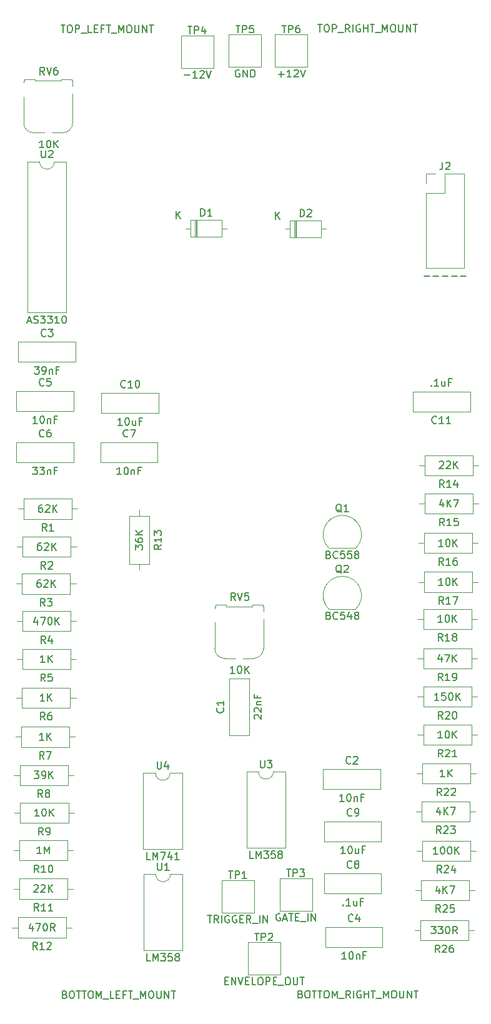
<source format=gbr>
%TF.GenerationSoftware,KiCad,Pcbnew,5.1.7*%
%TF.CreationDate,2020-11-08T18:28:21+01:00*%
%TF.ProjectId,AS3310-ADSR,41533333-3130-42d4-9144-53522e6b6963,rev?*%
%TF.SameCoordinates,Original*%
%TF.FileFunction,Legend,Top*%
%TF.FilePolarity,Positive*%
%FSLAX46Y46*%
G04 Gerber Fmt 4.6, Leading zero omitted, Abs format (unit mm)*
G04 Created by KiCad (PCBNEW 5.1.7) date 2020-11-08 18:28:21*
%MOMM*%
%LPD*%
G01*
G04 APERTURE LIST*
%ADD10C,0.120000*%
%ADD11C,0.150000*%
G04 APERTURE END LIST*
D10*
%TO.C,TP6*%
X121510000Y-39150000D02*
X121510000Y-34750000D01*
X125910000Y-39150000D02*
X121510000Y-39150000D01*
X125910000Y-34750000D02*
X125910000Y-39150000D01*
X121510000Y-34750000D02*
X125910000Y-34750000D01*
%TO.C,TP5*%
X115250000Y-39150000D02*
X115250000Y-34750000D01*
X119650000Y-39150000D02*
X115250000Y-39150000D01*
X119650000Y-34750000D02*
X119650000Y-39150000D01*
X115250000Y-34750000D02*
X119650000Y-34750000D01*
%TO.C,TP4*%
X108750000Y-39270000D02*
X108750000Y-34870000D01*
X113150000Y-39270000D02*
X108750000Y-39270000D01*
X113150000Y-34870000D02*
X113150000Y-39270000D01*
X108750000Y-34870000D02*
X113150000Y-34870000D01*
%TO.C,R26*%
X148490000Y-156140000D02*
X147720000Y-156140000D01*
X140410000Y-156140000D02*
X141180000Y-156140000D01*
X147720000Y-154770000D02*
X141180000Y-154770000D01*
X147720000Y-157510000D02*
X147720000Y-154770000D01*
X141180000Y-157510000D02*
X147720000Y-157510000D01*
X141180000Y-154770000D02*
X141180000Y-157510000D01*
%TO.C,U4*%
X108940000Y-134800000D02*
X107290000Y-134800000D01*
X108940000Y-145080000D02*
X108940000Y-134800000D01*
X103640000Y-145080000D02*
X108940000Y-145080000D01*
X103640000Y-134800000D02*
X103640000Y-145080000D01*
X105290000Y-134800000D02*
X103640000Y-134800000D01*
X107290000Y-134800000D02*
G75*
G02*
X105290000Y-134800000I-1000000J0D01*
G01*
%TO.C,U3*%
X122930000Y-134640000D02*
X121280000Y-134640000D01*
X122930000Y-144920000D02*
X122930000Y-134640000D01*
X117630000Y-144920000D02*
X122930000Y-144920000D01*
X117630000Y-134640000D02*
X117630000Y-144920000D01*
X119280000Y-134640000D02*
X117630000Y-134640000D01*
X121280000Y-134640000D02*
G75*
G02*
X119280000Y-134640000I-1000000J0D01*
G01*
%TO.C,U2*%
X93240000Y-51970000D02*
X91590000Y-51970000D01*
X93240000Y-72410000D02*
X93240000Y-51970000D01*
X87940000Y-72410000D02*
X93240000Y-72410000D01*
X87940000Y-51970000D02*
X87940000Y-72410000D01*
X89590000Y-51970000D02*
X87940000Y-51970000D01*
X91590000Y-51970000D02*
G75*
G02*
X89590000Y-51970000I-1000000J0D01*
G01*
%TO.C,U1*%
X108980000Y-148550000D02*
X107330000Y-148550000D01*
X108980000Y-158830000D02*
X108980000Y-148550000D01*
X103680000Y-158830000D02*
X108980000Y-158830000D01*
X103680000Y-148550000D02*
X103680000Y-158830000D01*
X105330000Y-148550000D02*
X103680000Y-148550000D01*
X107330000Y-148550000D02*
G75*
G02*
X105330000Y-148550000I-1000000J0D01*
G01*
%TO.C,TP3*%
X122130000Y-149100000D02*
X126530000Y-149100000D01*
X126530000Y-149100000D02*
X126530000Y-153500000D01*
X126530000Y-153500000D02*
X122130000Y-153500000D01*
X122130000Y-153500000D02*
X122130000Y-149100000D01*
%TO.C,TP2*%
X117810000Y-157760000D02*
X122210000Y-157760000D01*
X122210000Y-157760000D02*
X122210000Y-162160000D01*
X122210000Y-162160000D02*
X117810000Y-162160000D01*
X117810000Y-162160000D02*
X117810000Y-157760000D01*
%TO.C,TP1*%
X114280000Y-149350000D02*
X118680000Y-149350000D01*
X118680000Y-149350000D02*
X118680000Y-153750000D01*
X118680000Y-153750000D02*
X114280000Y-153750000D01*
X114280000Y-153750000D02*
X114280000Y-149350000D01*
%TO.C,RV6*%
X94060000Y-41020000D02*
X94060000Y-41710000D01*
X93960000Y-41020000D02*
X94060000Y-41020000D01*
X87440000Y-41020000D02*
X87440000Y-41270000D01*
X87540000Y-41020000D02*
X87440000Y-41020000D01*
X87540000Y-40820000D02*
X87540000Y-41020000D01*
X88960000Y-41020000D02*
X88960000Y-40820000D01*
X92750000Y-48040000D02*
X91260000Y-48040000D01*
X94060000Y-42750000D02*
X94060000Y-46730000D01*
X87440000Y-46730000D02*
X87440000Y-43190000D01*
X90240000Y-48040000D02*
X88750000Y-48040000D01*
X93960000Y-40820000D02*
X93960000Y-41020000D01*
X92540000Y-40820000D02*
X93960000Y-40820000D01*
X92540000Y-41020000D02*
X92540000Y-40820000D01*
X88960000Y-41020000D02*
X92540000Y-41020000D01*
X87540000Y-40820000D02*
X88960000Y-40820000D01*
X88750000Y-48040000D02*
G75*
G02*
X87440000Y-46730000I0J1310000D01*
G01*
X94060000Y-46730000D02*
G75*
G02*
X92750000Y-48040000I-1310000J0D01*
G01*
%TO.C,RV5*%
X119940000Y-112240000D02*
X119940000Y-112930000D01*
X119840000Y-112240000D02*
X119940000Y-112240000D01*
X113320000Y-112240000D02*
X113320000Y-112490000D01*
X113420000Y-112240000D02*
X113320000Y-112240000D01*
X113420000Y-112040000D02*
X113420000Y-112240000D01*
X114840000Y-112240000D02*
X114840000Y-112040000D01*
X118630000Y-119260000D02*
X117140000Y-119260000D01*
X119940000Y-113970000D02*
X119940000Y-117950000D01*
X113320000Y-117950000D02*
X113320000Y-114410000D01*
X116120000Y-119260000D02*
X114630000Y-119260000D01*
X119840000Y-112040000D02*
X119840000Y-112240000D01*
X118420000Y-112040000D02*
X119840000Y-112040000D01*
X118420000Y-112240000D02*
X118420000Y-112040000D01*
X114840000Y-112240000D02*
X118420000Y-112240000D01*
X113420000Y-112040000D02*
X114840000Y-112040000D01*
X114630000Y-119260000D02*
G75*
G02*
X113320000Y-117950000I0J1310000D01*
G01*
X119940000Y-117950000D02*
G75*
G02*
X118630000Y-119260000I-1310000J0D01*
G01*
%TO.C,R25*%
X141280000Y-149320000D02*
X141280000Y-152060000D01*
X141280000Y-152060000D02*
X147820000Y-152060000D01*
X147820000Y-152060000D02*
X147820000Y-149320000D01*
X147820000Y-149320000D02*
X141280000Y-149320000D01*
X140510000Y-150690000D02*
X141280000Y-150690000D01*
X148590000Y-150690000D02*
X147820000Y-150690000D01*
%TO.C,R24*%
X141440000Y-143980000D02*
X141440000Y-146720000D01*
X141440000Y-146720000D02*
X147980000Y-146720000D01*
X147980000Y-146720000D02*
X147980000Y-143980000D01*
X147980000Y-143980000D02*
X141440000Y-143980000D01*
X140670000Y-145350000D02*
X141440000Y-145350000D01*
X148750000Y-145350000D02*
X147980000Y-145350000D01*
%TO.C,R23*%
X141380000Y-138650000D02*
X141380000Y-141390000D01*
X141380000Y-141390000D02*
X147920000Y-141390000D01*
X147920000Y-141390000D02*
X147920000Y-138650000D01*
X147920000Y-138650000D02*
X141380000Y-138650000D01*
X140610000Y-140020000D02*
X141380000Y-140020000D01*
X148690000Y-140020000D02*
X147920000Y-140020000D01*
%TO.C,R22*%
X141430000Y-133520000D02*
X141430000Y-136260000D01*
X141430000Y-136260000D02*
X147970000Y-136260000D01*
X147970000Y-136260000D02*
X147970000Y-133520000D01*
X147970000Y-133520000D02*
X141430000Y-133520000D01*
X140660000Y-134890000D02*
X141430000Y-134890000D01*
X148740000Y-134890000D02*
X147970000Y-134890000D01*
%TO.C,R21*%
X141590000Y-128260000D02*
X141590000Y-131000000D01*
X141590000Y-131000000D02*
X148130000Y-131000000D01*
X148130000Y-131000000D02*
X148130000Y-128260000D01*
X148130000Y-128260000D02*
X141590000Y-128260000D01*
X140820000Y-129630000D02*
X141590000Y-129630000D01*
X148900000Y-129630000D02*
X148130000Y-129630000D01*
%TO.C,R20*%
X141590000Y-123120000D02*
X141590000Y-125860000D01*
X141590000Y-125860000D02*
X148130000Y-125860000D01*
X148130000Y-125860000D02*
X148130000Y-123120000D01*
X148130000Y-123120000D02*
X141590000Y-123120000D01*
X140820000Y-124490000D02*
X141590000Y-124490000D01*
X148900000Y-124490000D02*
X148130000Y-124490000D01*
%TO.C,R19*%
X141590000Y-117930000D02*
X141590000Y-120670000D01*
X141590000Y-120670000D02*
X148130000Y-120670000D01*
X148130000Y-120670000D02*
X148130000Y-117930000D01*
X148130000Y-117930000D02*
X141590000Y-117930000D01*
X140820000Y-119300000D02*
X141590000Y-119300000D01*
X148900000Y-119300000D02*
X148130000Y-119300000D01*
%TO.C,R18*%
X141590000Y-112570000D02*
X141590000Y-115310000D01*
X141590000Y-115310000D02*
X148130000Y-115310000D01*
X148130000Y-115310000D02*
X148130000Y-112570000D01*
X148130000Y-112570000D02*
X141590000Y-112570000D01*
X140820000Y-113940000D02*
X141590000Y-113940000D01*
X148900000Y-113940000D02*
X148130000Y-113940000D01*
%TO.C,R17*%
X141680000Y-107570000D02*
X141680000Y-110310000D01*
X141680000Y-110310000D02*
X148220000Y-110310000D01*
X148220000Y-110310000D02*
X148220000Y-107570000D01*
X148220000Y-107570000D02*
X141680000Y-107570000D01*
X140910000Y-108940000D02*
X141680000Y-108940000D01*
X148990000Y-108940000D02*
X148220000Y-108940000D01*
%TO.C,R16*%
X141680000Y-102290000D02*
X141680000Y-105030000D01*
X141680000Y-105030000D02*
X148220000Y-105030000D01*
X148220000Y-105030000D02*
X148220000Y-102290000D01*
X148220000Y-102290000D02*
X141680000Y-102290000D01*
X140910000Y-103660000D02*
X141680000Y-103660000D01*
X148990000Y-103660000D02*
X148220000Y-103660000D01*
%TO.C,R15*%
X141810000Y-96940000D02*
X141810000Y-99680000D01*
X141810000Y-99680000D02*
X148350000Y-99680000D01*
X148350000Y-99680000D02*
X148350000Y-96940000D01*
X148350000Y-96940000D02*
X141810000Y-96940000D01*
X141040000Y-98310000D02*
X141810000Y-98310000D01*
X149120000Y-98310000D02*
X148350000Y-98310000D01*
%TO.C,R14*%
X141770000Y-91750000D02*
X141770000Y-94490000D01*
X141770000Y-94490000D02*
X148310000Y-94490000D01*
X148310000Y-94490000D02*
X148310000Y-91750000D01*
X148310000Y-91750000D02*
X141770000Y-91750000D01*
X141000000Y-93120000D02*
X141770000Y-93120000D01*
X149080000Y-93120000D02*
X148310000Y-93120000D01*
%TO.C,R13*%
X101740000Y-106500000D02*
X104480000Y-106500000D01*
X104480000Y-106500000D02*
X104480000Y-99960000D01*
X104480000Y-99960000D02*
X101740000Y-99960000D01*
X101740000Y-99960000D02*
X101740000Y-106500000D01*
X103110000Y-107270000D02*
X103110000Y-106500000D01*
X103110000Y-99190000D02*
X103110000Y-99960000D01*
%TO.C,R12*%
X86640000Y-154380000D02*
X86640000Y-157120000D01*
X86640000Y-157120000D02*
X93180000Y-157120000D01*
X93180000Y-157120000D02*
X93180000Y-154380000D01*
X93180000Y-154380000D02*
X86640000Y-154380000D01*
X85870000Y-155750000D02*
X86640000Y-155750000D01*
X93950000Y-155750000D02*
X93180000Y-155750000D01*
%TO.C,R11*%
X86830000Y-149140000D02*
X86830000Y-151880000D01*
X86830000Y-151880000D02*
X93370000Y-151880000D01*
X93370000Y-151880000D02*
X93370000Y-149140000D01*
X93370000Y-149140000D02*
X86830000Y-149140000D01*
X86060000Y-150510000D02*
X86830000Y-150510000D01*
X94140000Y-150510000D02*
X93370000Y-150510000D01*
%TO.C,R10*%
X86830000Y-143930000D02*
X86830000Y-146670000D01*
X86830000Y-146670000D02*
X93370000Y-146670000D01*
X93370000Y-146670000D02*
X93370000Y-143930000D01*
X93370000Y-143930000D02*
X86830000Y-143930000D01*
X86060000Y-145300000D02*
X86830000Y-145300000D01*
X94140000Y-145300000D02*
X93370000Y-145300000D01*
%TO.C,R9*%
X86960000Y-138840000D02*
X86960000Y-141580000D01*
X86960000Y-141580000D02*
X93500000Y-141580000D01*
X93500000Y-141580000D02*
X93500000Y-138840000D01*
X93500000Y-138840000D02*
X86960000Y-138840000D01*
X86190000Y-140210000D02*
X86960000Y-140210000D01*
X94270000Y-140210000D02*
X93500000Y-140210000D01*
%TO.C,R8*%
X86900000Y-133740000D02*
X86900000Y-136480000D01*
X86900000Y-136480000D02*
X93440000Y-136480000D01*
X93440000Y-136480000D02*
X93440000Y-133740000D01*
X93440000Y-133740000D02*
X86900000Y-133740000D01*
X86130000Y-135110000D02*
X86900000Y-135110000D01*
X94210000Y-135110000D02*
X93440000Y-135110000D01*
%TO.C,R7*%
X87090000Y-128540000D02*
X87090000Y-131280000D01*
X87090000Y-131280000D02*
X93630000Y-131280000D01*
X93630000Y-131280000D02*
X93630000Y-128540000D01*
X93630000Y-128540000D02*
X87090000Y-128540000D01*
X86320000Y-129910000D02*
X87090000Y-129910000D01*
X94400000Y-129910000D02*
X93630000Y-129910000D01*
%TO.C,R6*%
X87210000Y-123250000D02*
X87210000Y-125990000D01*
X87210000Y-125990000D02*
X93750000Y-125990000D01*
X93750000Y-125990000D02*
X93750000Y-123250000D01*
X93750000Y-123250000D02*
X87210000Y-123250000D01*
X86440000Y-124620000D02*
X87210000Y-124620000D01*
X94520000Y-124620000D02*
X93750000Y-124620000D01*
%TO.C,R5*%
X87250000Y-118020000D02*
X87250000Y-120760000D01*
X87250000Y-120760000D02*
X93790000Y-120760000D01*
X93790000Y-120760000D02*
X93790000Y-118020000D01*
X93790000Y-118020000D02*
X87250000Y-118020000D01*
X86480000Y-119390000D02*
X87250000Y-119390000D01*
X94560000Y-119390000D02*
X93790000Y-119390000D01*
%TO.C,R4*%
X87280000Y-112870000D02*
X87280000Y-115610000D01*
X87280000Y-115610000D02*
X93820000Y-115610000D01*
X93820000Y-115610000D02*
X93820000Y-112870000D01*
X93820000Y-112870000D02*
X87280000Y-112870000D01*
X86510000Y-114240000D02*
X87280000Y-114240000D01*
X94590000Y-114240000D02*
X93820000Y-114240000D01*
%TO.C,R3*%
X87210000Y-107810000D02*
X87210000Y-110550000D01*
X87210000Y-110550000D02*
X93750000Y-110550000D01*
X93750000Y-110550000D02*
X93750000Y-107810000D01*
X93750000Y-107810000D02*
X87210000Y-107810000D01*
X86440000Y-109180000D02*
X87210000Y-109180000D01*
X94520000Y-109180000D02*
X93750000Y-109180000D01*
%TO.C,R2*%
X87290000Y-102800000D02*
X87290000Y-105540000D01*
X87290000Y-105540000D02*
X93830000Y-105540000D01*
X93830000Y-105540000D02*
X93830000Y-102800000D01*
X93830000Y-102800000D02*
X87290000Y-102800000D01*
X86520000Y-104170000D02*
X87290000Y-104170000D01*
X94600000Y-104170000D02*
X93830000Y-104170000D01*
%TO.C,R1*%
X87440000Y-97650000D02*
X87440000Y-100390000D01*
X87440000Y-100390000D02*
X93980000Y-100390000D01*
X93980000Y-100390000D02*
X93980000Y-97650000D01*
X93980000Y-97650000D02*
X87440000Y-97650000D01*
X86670000Y-99020000D02*
X87440000Y-99020000D01*
X94750000Y-99020000D02*
X93980000Y-99020000D01*
%TO.C,Q2*%
X128820000Y-112600000D02*
X132420000Y-112600000D01*
X132458478Y-112588478D02*
G75*
G03*
X130620000Y-108150000I-1838478J1838478D01*
G01*
X128781522Y-112588478D02*
G75*
G02*
X130620000Y-108150000I1838478J1838478D01*
G01*
%TO.C,Q1*%
X128820000Y-104340000D02*
X132420000Y-104340000D01*
X132458478Y-104328478D02*
G75*
G03*
X130620000Y-99890000I-1838478J1838478D01*
G01*
X128781522Y-104328478D02*
G75*
G02*
X130620000Y-99890000I1838478J1838478D01*
G01*
%TO.C,J2*%
X141940000Y-53580000D02*
X143270000Y-53580000D01*
X141940000Y-54910000D02*
X141940000Y-53580000D01*
X144540000Y-53580000D02*
X147140000Y-53580000D01*
X144540000Y-56180000D02*
X144540000Y-53580000D01*
X141940000Y-56180000D02*
X144540000Y-56180000D01*
X147140000Y-53580000D02*
X147140000Y-66400000D01*
X141940000Y-56180000D02*
X141940000Y-66400000D01*
X141940000Y-66400000D02*
X147140000Y-66400000D01*
%TO.C,D2*%
X124130000Y-59970000D02*
X124130000Y-62210000D01*
X124370000Y-59970000D02*
X124370000Y-62210000D01*
X124250000Y-59970000D02*
X124250000Y-62210000D01*
X128420000Y-61090000D02*
X127770000Y-61090000D01*
X122880000Y-61090000D02*
X123530000Y-61090000D01*
X127770000Y-59970000D02*
X123530000Y-59970000D01*
X127770000Y-62210000D02*
X127770000Y-59970000D01*
X123530000Y-62210000D02*
X127770000Y-62210000D01*
X123530000Y-59970000D02*
X123530000Y-62210000D01*
%TO.C,D1*%
X110660000Y-59900000D02*
X110660000Y-62140000D01*
X110900000Y-59900000D02*
X110900000Y-62140000D01*
X110780000Y-59900000D02*
X110780000Y-62140000D01*
X114950000Y-61020000D02*
X114300000Y-61020000D01*
X109410000Y-61020000D02*
X110060000Y-61020000D01*
X114300000Y-59900000D02*
X110060000Y-59900000D01*
X114300000Y-62140000D02*
X114300000Y-59900000D01*
X110060000Y-62140000D02*
X114300000Y-62140000D01*
X110060000Y-59900000D02*
X110060000Y-62140000D01*
%TO.C,C11*%
X147940000Y-85850000D02*
X140200000Y-85850000D01*
X147940000Y-83110000D02*
X140200000Y-83110000D01*
X147940000Y-85850000D02*
X147940000Y-83110000D01*
X140200000Y-85850000D02*
X140200000Y-83110000D01*
%TO.C,C10*%
X97960000Y-83320000D02*
X105700000Y-83320000D01*
X97960000Y-86060000D02*
X105700000Y-86060000D01*
X97960000Y-83320000D02*
X97960000Y-86060000D01*
X105700000Y-83320000D02*
X105700000Y-86060000D01*
%TO.C,C9*%
X128170000Y-141360000D02*
X135910000Y-141360000D01*
X128170000Y-144100000D02*
X135910000Y-144100000D01*
X128170000Y-141360000D02*
X128170000Y-144100000D01*
X135910000Y-141360000D02*
X135910000Y-144100000D01*
%TO.C,C8*%
X128170000Y-148430000D02*
X135910000Y-148430000D01*
X128170000Y-151170000D02*
X135910000Y-151170000D01*
X128170000Y-148430000D02*
X128170000Y-151170000D01*
X135910000Y-148430000D02*
X135910000Y-151170000D01*
%TO.C,C7*%
X97820000Y-90000000D02*
X105560000Y-90000000D01*
X97820000Y-92740000D02*
X105560000Y-92740000D01*
X97820000Y-90000000D02*
X97820000Y-92740000D01*
X105560000Y-90000000D02*
X105560000Y-92740000D01*
%TO.C,C6*%
X86440000Y-90000000D02*
X94180000Y-90000000D01*
X86440000Y-92740000D02*
X94180000Y-92740000D01*
X86440000Y-90000000D02*
X86440000Y-92740000D01*
X94180000Y-90000000D02*
X94180000Y-92740000D01*
%TO.C,C5*%
X86440000Y-83060000D02*
X94180000Y-83060000D01*
X86440000Y-85800000D02*
X94180000Y-85800000D01*
X86440000Y-83060000D02*
X86440000Y-85800000D01*
X94180000Y-83060000D02*
X94180000Y-85800000D01*
%TO.C,C4*%
X128310000Y-155680000D02*
X136050000Y-155680000D01*
X128310000Y-158420000D02*
X136050000Y-158420000D01*
X128310000Y-155680000D02*
X128310000Y-158420000D01*
X136050000Y-155680000D02*
X136050000Y-158420000D01*
%TO.C,C3*%
X86700000Y-76380000D02*
X94440000Y-76380000D01*
X86700000Y-79120000D02*
X94440000Y-79120000D01*
X86700000Y-76380000D02*
X86700000Y-79120000D01*
X94440000Y-76380000D02*
X94440000Y-79120000D01*
%TO.C,C2*%
X128010000Y-134290000D02*
X135750000Y-134290000D01*
X128010000Y-137030000D02*
X135750000Y-137030000D01*
X128010000Y-134290000D02*
X128010000Y-137030000D01*
X135750000Y-134290000D02*
X135750000Y-137030000D01*
%TO.C,C1*%
X115290000Y-129750000D02*
X115290000Y-122010000D01*
X118030000Y-129750000D02*
X118030000Y-122010000D01*
X115290000Y-129750000D02*
X118030000Y-129750000D01*
X115290000Y-122010000D02*
X118030000Y-122010000D01*
%TO.C,TOP_RIGHT_MOUNT*%
D11*
X127311904Y-33392380D02*
X127883333Y-33392380D01*
X127597619Y-34392380D02*
X127597619Y-33392380D01*
X128407142Y-33392380D02*
X128597619Y-33392380D01*
X128692857Y-33440000D01*
X128788095Y-33535238D01*
X128835714Y-33725714D01*
X128835714Y-34059047D01*
X128788095Y-34249523D01*
X128692857Y-34344761D01*
X128597619Y-34392380D01*
X128407142Y-34392380D01*
X128311904Y-34344761D01*
X128216666Y-34249523D01*
X128169047Y-34059047D01*
X128169047Y-33725714D01*
X128216666Y-33535238D01*
X128311904Y-33440000D01*
X128407142Y-33392380D01*
X129264285Y-34392380D02*
X129264285Y-33392380D01*
X129645238Y-33392380D01*
X129740476Y-33440000D01*
X129788095Y-33487619D01*
X129835714Y-33582857D01*
X129835714Y-33725714D01*
X129788095Y-33820952D01*
X129740476Y-33868571D01*
X129645238Y-33916190D01*
X129264285Y-33916190D01*
X130026190Y-34487619D02*
X130788095Y-34487619D01*
X131597619Y-34392380D02*
X131264285Y-33916190D01*
X131026190Y-34392380D02*
X131026190Y-33392380D01*
X131407142Y-33392380D01*
X131502380Y-33440000D01*
X131550000Y-33487619D01*
X131597619Y-33582857D01*
X131597619Y-33725714D01*
X131550000Y-33820952D01*
X131502380Y-33868571D01*
X131407142Y-33916190D01*
X131026190Y-33916190D01*
X132026190Y-34392380D02*
X132026190Y-33392380D01*
X133026190Y-33440000D02*
X132930952Y-33392380D01*
X132788095Y-33392380D01*
X132645238Y-33440000D01*
X132550000Y-33535238D01*
X132502380Y-33630476D01*
X132454761Y-33820952D01*
X132454761Y-33963809D01*
X132502380Y-34154285D01*
X132550000Y-34249523D01*
X132645238Y-34344761D01*
X132788095Y-34392380D01*
X132883333Y-34392380D01*
X133026190Y-34344761D01*
X133073809Y-34297142D01*
X133073809Y-33963809D01*
X132883333Y-33963809D01*
X133502380Y-34392380D02*
X133502380Y-33392380D01*
X133502380Y-33868571D02*
X134073809Y-33868571D01*
X134073809Y-34392380D02*
X134073809Y-33392380D01*
X134407142Y-33392380D02*
X134978571Y-33392380D01*
X134692857Y-34392380D02*
X134692857Y-33392380D01*
X135073809Y-34487619D02*
X135835714Y-34487619D01*
X136073809Y-34392380D02*
X136073809Y-33392380D01*
X136407142Y-34106666D01*
X136740476Y-33392380D01*
X136740476Y-34392380D01*
X137407142Y-33392380D02*
X137597619Y-33392380D01*
X137692857Y-33440000D01*
X137788095Y-33535238D01*
X137835714Y-33725714D01*
X137835714Y-34059047D01*
X137788095Y-34249523D01*
X137692857Y-34344761D01*
X137597619Y-34392380D01*
X137407142Y-34392380D01*
X137311904Y-34344761D01*
X137216666Y-34249523D01*
X137169047Y-34059047D01*
X137169047Y-33725714D01*
X137216666Y-33535238D01*
X137311904Y-33440000D01*
X137407142Y-33392380D01*
X138264285Y-33392380D02*
X138264285Y-34201904D01*
X138311904Y-34297142D01*
X138359523Y-34344761D01*
X138454761Y-34392380D01*
X138645238Y-34392380D01*
X138740476Y-34344761D01*
X138788095Y-34297142D01*
X138835714Y-34201904D01*
X138835714Y-33392380D01*
X139311904Y-34392380D02*
X139311904Y-33392380D01*
X139883333Y-34392380D01*
X139883333Y-33392380D01*
X140216666Y-33392380D02*
X140788095Y-33392380D01*
X140502380Y-34392380D02*
X140502380Y-33392380D01*
%TO.C,TOP_LEFT_MOUNT*%
X92488095Y-33472380D02*
X93059523Y-33472380D01*
X92773809Y-34472380D02*
X92773809Y-33472380D01*
X93583333Y-33472380D02*
X93773809Y-33472380D01*
X93869047Y-33520000D01*
X93964285Y-33615238D01*
X94011904Y-33805714D01*
X94011904Y-34139047D01*
X93964285Y-34329523D01*
X93869047Y-34424761D01*
X93773809Y-34472380D01*
X93583333Y-34472380D01*
X93488095Y-34424761D01*
X93392857Y-34329523D01*
X93345238Y-34139047D01*
X93345238Y-33805714D01*
X93392857Y-33615238D01*
X93488095Y-33520000D01*
X93583333Y-33472380D01*
X94440476Y-34472380D02*
X94440476Y-33472380D01*
X94821428Y-33472380D01*
X94916666Y-33520000D01*
X94964285Y-33567619D01*
X95011904Y-33662857D01*
X95011904Y-33805714D01*
X94964285Y-33900952D01*
X94916666Y-33948571D01*
X94821428Y-33996190D01*
X94440476Y-33996190D01*
X95202380Y-34567619D02*
X95964285Y-34567619D01*
X96678571Y-34472380D02*
X96202380Y-34472380D01*
X96202380Y-33472380D01*
X97011904Y-33948571D02*
X97345238Y-33948571D01*
X97488095Y-34472380D02*
X97011904Y-34472380D01*
X97011904Y-33472380D01*
X97488095Y-33472380D01*
X98250000Y-33948571D02*
X97916666Y-33948571D01*
X97916666Y-34472380D02*
X97916666Y-33472380D01*
X98392857Y-33472380D01*
X98630952Y-33472380D02*
X99202380Y-33472380D01*
X98916666Y-34472380D02*
X98916666Y-33472380D01*
X99297619Y-34567619D02*
X100059523Y-34567619D01*
X100297619Y-34472380D02*
X100297619Y-33472380D01*
X100630952Y-34186666D01*
X100964285Y-33472380D01*
X100964285Y-34472380D01*
X101630952Y-33472380D02*
X101821428Y-33472380D01*
X101916666Y-33520000D01*
X102011904Y-33615238D01*
X102059523Y-33805714D01*
X102059523Y-34139047D01*
X102011904Y-34329523D01*
X101916666Y-34424761D01*
X101821428Y-34472380D01*
X101630952Y-34472380D01*
X101535714Y-34424761D01*
X101440476Y-34329523D01*
X101392857Y-34139047D01*
X101392857Y-33805714D01*
X101440476Y-33615238D01*
X101535714Y-33520000D01*
X101630952Y-33472380D01*
X102488095Y-33472380D02*
X102488095Y-34281904D01*
X102535714Y-34377142D01*
X102583333Y-34424761D01*
X102678571Y-34472380D01*
X102869047Y-34472380D01*
X102964285Y-34424761D01*
X103011904Y-34377142D01*
X103059523Y-34281904D01*
X103059523Y-33472380D01*
X103535714Y-34472380D02*
X103535714Y-33472380D01*
X104107142Y-34472380D01*
X104107142Y-33472380D01*
X104440476Y-33472380D02*
X105011904Y-33472380D01*
X104726190Y-34472380D02*
X104726190Y-33472380D01*
%TO.C,BOTTOM_LEFT_MOUNT*%
X93008095Y-164828571D02*
X93150952Y-164876190D01*
X93198571Y-164923809D01*
X93246190Y-165019047D01*
X93246190Y-165161904D01*
X93198571Y-165257142D01*
X93150952Y-165304761D01*
X93055714Y-165352380D01*
X92674761Y-165352380D01*
X92674761Y-164352380D01*
X93008095Y-164352380D01*
X93103333Y-164400000D01*
X93150952Y-164447619D01*
X93198571Y-164542857D01*
X93198571Y-164638095D01*
X93150952Y-164733333D01*
X93103333Y-164780952D01*
X93008095Y-164828571D01*
X92674761Y-164828571D01*
X93865238Y-164352380D02*
X94055714Y-164352380D01*
X94150952Y-164400000D01*
X94246190Y-164495238D01*
X94293809Y-164685714D01*
X94293809Y-165019047D01*
X94246190Y-165209523D01*
X94150952Y-165304761D01*
X94055714Y-165352380D01*
X93865238Y-165352380D01*
X93770000Y-165304761D01*
X93674761Y-165209523D01*
X93627142Y-165019047D01*
X93627142Y-164685714D01*
X93674761Y-164495238D01*
X93770000Y-164400000D01*
X93865238Y-164352380D01*
X94579523Y-164352380D02*
X95150952Y-164352380D01*
X94865238Y-165352380D02*
X94865238Y-164352380D01*
X95341428Y-164352380D02*
X95912857Y-164352380D01*
X95627142Y-165352380D02*
X95627142Y-164352380D01*
X96436666Y-164352380D02*
X96627142Y-164352380D01*
X96722380Y-164400000D01*
X96817619Y-164495238D01*
X96865238Y-164685714D01*
X96865238Y-165019047D01*
X96817619Y-165209523D01*
X96722380Y-165304761D01*
X96627142Y-165352380D01*
X96436666Y-165352380D01*
X96341428Y-165304761D01*
X96246190Y-165209523D01*
X96198571Y-165019047D01*
X96198571Y-164685714D01*
X96246190Y-164495238D01*
X96341428Y-164400000D01*
X96436666Y-164352380D01*
X97293809Y-165352380D02*
X97293809Y-164352380D01*
X97627142Y-165066666D01*
X97960476Y-164352380D01*
X97960476Y-165352380D01*
X98198571Y-165447619D02*
X98960476Y-165447619D01*
X99674761Y-165352380D02*
X99198571Y-165352380D01*
X99198571Y-164352380D01*
X100008095Y-164828571D02*
X100341428Y-164828571D01*
X100484285Y-165352380D02*
X100008095Y-165352380D01*
X100008095Y-164352380D01*
X100484285Y-164352380D01*
X101246190Y-164828571D02*
X100912857Y-164828571D01*
X100912857Y-165352380D02*
X100912857Y-164352380D01*
X101389047Y-164352380D01*
X101627142Y-164352380D02*
X102198571Y-164352380D01*
X101912857Y-165352380D02*
X101912857Y-164352380D01*
X102293809Y-165447619D02*
X103055714Y-165447619D01*
X103293809Y-165352380D02*
X103293809Y-164352380D01*
X103627142Y-165066666D01*
X103960476Y-164352380D01*
X103960476Y-165352380D01*
X104627142Y-164352380D02*
X104817619Y-164352380D01*
X104912857Y-164400000D01*
X105008095Y-164495238D01*
X105055714Y-164685714D01*
X105055714Y-165019047D01*
X105008095Y-165209523D01*
X104912857Y-165304761D01*
X104817619Y-165352380D01*
X104627142Y-165352380D01*
X104531904Y-165304761D01*
X104436666Y-165209523D01*
X104389047Y-165019047D01*
X104389047Y-164685714D01*
X104436666Y-164495238D01*
X104531904Y-164400000D01*
X104627142Y-164352380D01*
X105484285Y-164352380D02*
X105484285Y-165161904D01*
X105531904Y-165257142D01*
X105579523Y-165304761D01*
X105674761Y-165352380D01*
X105865238Y-165352380D01*
X105960476Y-165304761D01*
X106008095Y-165257142D01*
X106055714Y-165161904D01*
X106055714Y-164352380D01*
X106531904Y-165352380D02*
X106531904Y-164352380D01*
X107103333Y-165352380D01*
X107103333Y-164352380D01*
X107436666Y-164352380D02*
X108008095Y-164352380D01*
X107722380Y-165352380D02*
X107722380Y-164352380D01*
%TO.C,BOTTOM_RIGHT_MOUNT*%
X124951904Y-164778571D02*
X125094761Y-164826190D01*
X125142380Y-164873809D01*
X125190000Y-164969047D01*
X125190000Y-165111904D01*
X125142380Y-165207142D01*
X125094761Y-165254761D01*
X124999523Y-165302380D01*
X124618571Y-165302380D01*
X124618571Y-164302380D01*
X124951904Y-164302380D01*
X125047142Y-164350000D01*
X125094761Y-164397619D01*
X125142380Y-164492857D01*
X125142380Y-164588095D01*
X125094761Y-164683333D01*
X125047142Y-164730952D01*
X124951904Y-164778571D01*
X124618571Y-164778571D01*
X125809047Y-164302380D02*
X125999523Y-164302380D01*
X126094761Y-164350000D01*
X126190000Y-164445238D01*
X126237619Y-164635714D01*
X126237619Y-164969047D01*
X126190000Y-165159523D01*
X126094761Y-165254761D01*
X125999523Y-165302380D01*
X125809047Y-165302380D01*
X125713809Y-165254761D01*
X125618571Y-165159523D01*
X125570952Y-164969047D01*
X125570952Y-164635714D01*
X125618571Y-164445238D01*
X125713809Y-164350000D01*
X125809047Y-164302380D01*
X126523333Y-164302380D02*
X127094761Y-164302380D01*
X126809047Y-165302380D02*
X126809047Y-164302380D01*
X127285238Y-164302380D02*
X127856666Y-164302380D01*
X127570952Y-165302380D02*
X127570952Y-164302380D01*
X128380476Y-164302380D02*
X128570952Y-164302380D01*
X128666190Y-164350000D01*
X128761428Y-164445238D01*
X128809047Y-164635714D01*
X128809047Y-164969047D01*
X128761428Y-165159523D01*
X128666190Y-165254761D01*
X128570952Y-165302380D01*
X128380476Y-165302380D01*
X128285238Y-165254761D01*
X128190000Y-165159523D01*
X128142380Y-164969047D01*
X128142380Y-164635714D01*
X128190000Y-164445238D01*
X128285238Y-164350000D01*
X128380476Y-164302380D01*
X129237619Y-165302380D02*
X129237619Y-164302380D01*
X129570952Y-165016666D01*
X129904285Y-164302380D01*
X129904285Y-165302380D01*
X130142380Y-165397619D02*
X130904285Y-165397619D01*
X131713809Y-165302380D02*
X131380476Y-164826190D01*
X131142380Y-165302380D02*
X131142380Y-164302380D01*
X131523333Y-164302380D01*
X131618571Y-164350000D01*
X131666190Y-164397619D01*
X131713809Y-164492857D01*
X131713809Y-164635714D01*
X131666190Y-164730952D01*
X131618571Y-164778571D01*
X131523333Y-164826190D01*
X131142380Y-164826190D01*
X132142380Y-165302380D02*
X132142380Y-164302380D01*
X133142380Y-164350000D02*
X133047142Y-164302380D01*
X132904285Y-164302380D01*
X132761428Y-164350000D01*
X132666190Y-164445238D01*
X132618571Y-164540476D01*
X132570952Y-164730952D01*
X132570952Y-164873809D01*
X132618571Y-165064285D01*
X132666190Y-165159523D01*
X132761428Y-165254761D01*
X132904285Y-165302380D01*
X132999523Y-165302380D01*
X133142380Y-165254761D01*
X133190000Y-165207142D01*
X133190000Y-164873809D01*
X132999523Y-164873809D01*
X133618571Y-165302380D02*
X133618571Y-164302380D01*
X133618571Y-164778571D02*
X134190000Y-164778571D01*
X134190000Y-165302380D02*
X134190000Y-164302380D01*
X134523333Y-164302380D02*
X135094761Y-164302380D01*
X134809047Y-165302380D02*
X134809047Y-164302380D01*
X135190000Y-165397619D02*
X135951904Y-165397619D01*
X136190000Y-165302380D02*
X136190000Y-164302380D01*
X136523333Y-165016666D01*
X136856666Y-164302380D01*
X136856666Y-165302380D01*
X137523333Y-164302380D02*
X137713809Y-164302380D01*
X137809047Y-164350000D01*
X137904285Y-164445238D01*
X137951904Y-164635714D01*
X137951904Y-164969047D01*
X137904285Y-165159523D01*
X137809047Y-165254761D01*
X137713809Y-165302380D01*
X137523333Y-165302380D01*
X137428095Y-165254761D01*
X137332857Y-165159523D01*
X137285238Y-164969047D01*
X137285238Y-164635714D01*
X137332857Y-164445238D01*
X137428095Y-164350000D01*
X137523333Y-164302380D01*
X138380476Y-164302380D02*
X138380476Y-165111904D01*
X138428095Y-165207142D01*
X138475714Y-165254761D01*
X138570952Y-165302380D01*
X138761428Y-165302380D01*
X138856666Y-165254761D01*
X138904285Y-165207142D01*
X138951904Y-165111904D01*
X138951904Y-164302380D01*
X139428095Y-165302380D02*
X139428095Y-164302380D01*
X139999523Y-165302380D01*
X139999523Y-164302380D01*
X140332857Y-164302380D02*
X140904285Y-164302380D01*
X140618571Y-165302380D02*
X140618571Y-164302380D01*
%TO.C,TP6*%
X122448095Y-33504380D02*
X123019523Y-33504380D01*
X122733809Y-34504380D02*
X122733809Y-33504380D01*
X123352857Y-34504380D02*
X123352857Y-33504380D01*
X123733809Y-33504380D01*
X123829047Y-33552000D01*
X123876666Y-33599619D01*
X123924285Y-33694857D01*
X123924285Y-33837714D01*
X123876666Y-33932952D01*
X123829047Y-33980571D01*
X123733809Y-34028190D01*
X123352857Y-34028190D01*
X124781428Y-33504380D02*
X124590952Y-33504380D01*
X124495714Y-33552000D01*
X124448095Y-33599619D01*
X124352857Y-33742476D01*
X124305238Y-33932952D01*
X124305238Y-34313904D01*
X124352857Y-34409142D01*
X124400476Y-34456761D01*
X124495714Y-34504380D01*
X124686190Y-34504380D01*
X124781428Y-34456761D01*
X124829047Y-34409142D01*
X124876666Y-34313904D01*
X124876666Y-34075809D01*
X124829047Y-33980571D01*
X124781428Y-33932952D01*
X124686190Y-33885333D01*
X124495714Y-33885333D01*
X124400476Y-33932952D01*
X124352857Y-33980571D01*
X124305238Y-34075809D01*
X121948095Y-40121428D02*
X122710000Y-40121428D01*
X122329047Y-40502380D02*
X122329047Y-39740476D01*
X123710000Y-40502380D02*
X123138571Y-40502380D01*
X123424285Y-40502380D02*
X123424285Y-39502380D01*
X123329047Y-39645238D01*
X123233809Y-39740476D01*
X123138571Y-39788095D01*
X124090952Y-39597619D02*
X124138571Y-39550000D01*
X124233809Y-39502380D01*
X124471904Y-39502380D01*
X124567142Y-39550000D01*
X124614761Y-39597619D01*
X124662380Y-39692857D01*
X124662380Y-39788095D01*
X124614761Y-39930952D01*
X124043333Y-40502380D01*
X124662380Y-40502380D01*
X124948095Y-39502380D02*
X125281428Y-40502380D01*
X125614761Y-39502380D01*
%TO.C,TP5*%
X116188095Y-33504380D02*
X116759523Y-33504380D01*
X116473809Y-34504380D02*
X116473809Y-33504380D01*
X117092857Y-34504380D02*
X117092857Y-33504380D01*
X117473809Y-33504380D01*
X117569047Y-33552000D01*
X117616666Y-33599619D01*
X117664285Y-33694857D01*
X117664285Y-33837714D01*
X117616666Y-33932952D01*
X117569047Y-33980571D01*
X117473809Y-34028190D01*
X117092857Y-34028190D01*
X118569047Y-33504380D02*
X118092857Y-33504380D01*
X118045238Y-33980571D01*
X118092857Y-33932952D01*
X118188095Y-33885333D01*
X118426190Y-33885333D01*
X118521428Y-33932952D01*
X118569047Y-33980571D01*
X118616666Y-34075809D01*
X118616666Y-34313904D01*
X118569047Y-34409142D01*
X118521428Y-34456761D01*
X118426190Y-34504380D01*
X118188095Y-34504380D01*
X118092857Y-34456761D01*
X118045238Y-34409142D01*
X116688095Y-39550000D02*
X116592857Y-39502380D01*
X116450000Y-39502380D01*
X116307142Y-39550000D01*
X116211904Y-39645238D01*
X116164285Y-39740476D01*
X116116666Y-39930952D01*
X116116666Y-40073809D01*
X116164285Y-40264285D01*
X116211904Y-40359523D01*
X116307142Y-40454761D01*
X116450000Y-40502380D01*
X116545238Y-40502380D01*
X116688095Y-40454761D01*
X116735714Y-40407142D01*
X116735714Y-40073809D01*
X116545238Y-40073809D01*
X117164285Y-40502380D02*
X117164285Y-39502380D01*
X117735714Y-40502380D01*
X117735714Y-39502380D01*
X118211904Y-40502380D02*
X118211904Y-39502380D01*
X118450000Y-39502380D01*
X118592857Y-39550000D01*
X118688095Y-39645238D01*
X118735714Y-39740476D01*
X118783333Y-39930952D01*
X118783333Y-40073809D01*
X118735714Y-40264285D01*
X118688095Y-40359523D01*
X118592857Y-40454761D01*
X118450000Y-40502380D01*
X118211904Y-40502380D01*
%TO.C,TP4*%
X109688095Y-33624380D02*
X110259523Y-33624380D01*
X109973809Y-34624380D02*
X109973809Y-33624380D01*
X110592857Y-34624380D02*
X110592857Y-33624380D01*
X110973809Y-33624380D01*
X111069047Y-33672000D01*
X111116666Y-33719619D01*
X111164285Y-33814857D01*
X111164285Y-33957714D01*
X111116666Y-34052952D01*
X111069047Y-34100571D01*
X110973809Y-34148190D01*
X110592857Y-34148190D01*
X112021428Y-33957714D02*
X112021428Y-34624380D01*
X111783333Y-33576761D02*
X111545238Y-34291047D01*
X112164285Y-34291047D01*
X109188095Y-40241428D02*
X109950000Y-40241428D01*
X110950000Y-40622380D02*
X110378571Y-40622380D01*
X110664285Y-40622380D02*
X110664285Y-39622380D01*
X110569047Y-39765238D01*
X110473809Y-39860476D01*
X110378571Y-39908095D01*
X111330952Y-39717619D02*
X111378571Y-39670000D01*
X111473809Y-39622380D01*
X111711904Y-39622380D01*
X111807142Y-39670000D01*
X111854761Y-39717619D01*
X111902380Y-39812857D01*
X111902380Y-39908095D01*
X111854761Y-40050952D01*
X111283333Y-40622380D01*
X111902380Y-40622380D01*
X112188095Y-39622380D02*
X112521428Y-40622380D01*
X112854761Y-39622380D01*
%TO.C,R26*%
X142664285Y-155592380D02*
X143283333Y-155592380D01*
X142950000Y-155973333D01*
X143092857Y-155973333D01*
X143188095Y-156020952D01*
X143235714Y-156068571D01*
X143283333Y-156163809D01*
X143283333Y-156401904D01*
X143235714Y-156497142D01*
X143188095Y-156544761D01*
X143092857Y-156592380D01*
X142807142Y-156592380D01*
X142711904Y-156544761D01*
X142664285Y-156497142D01*
X143616666Y-155592380D02*
X144235714Y-155592380D01*
X143902380Y-155973333D01*
X144045238Y-155973333D01*
X144140476Y-156020952D01*
X144188095Y-156068571D01*
X144235714Y-156163809D01*
X144235714Y-156401904D01*
X144188095Y-156497142D01*
X144140476Y-156544761D01*
X144045238Y-156592380D01*
X143759523Y-156592380D01*
X143664285Y-156544761D01*
X143616666Y-156497142D01*
X144854761Y-155592380D02*
X144950000Y-155592380D01*
X145045238Y-155640000D01*
X145092857Y-155687619D01*
X145140476Y-155782857D01*
X145188095Y-155973333D01*
X145188095Y-156211428D01*
X145140476Y-156401904D01*
X145092857Y-156497142D01*
X145045238Y-156544761D01*
X144950000Y-156592380D01*
X144854761Y-156592380D01*
X144759523Y-156544761D01*
X144711904Y-156497142D01*
X144664285Y-156401904D01*
X144616666Y-156211428D01*
X144616666Y-155973333D01*
X144664285Y-155782857D01*
X144711904Y-155687619D01*
X144759523Y-155640000D01*
X144854761Y-155592380D01*
X146188095Y-156592380D02*
X145854761Y-156116190D01*
X145616666Y-156592380D02*
X145616666Y-155592380D01*
X145997619Y-155592380D01*
X146092857Y-155640000D01*
X146140476Y-155687619D01*
X146188095Y-155782857D01*
X146188095Y-155925714D01*
X146140476Y-156020952D01*
X146092857Y-156068571D01*
X145997619Y-156116190D01*
X145616666Y-156116190D01*
X143807142Y-159132380D02*
X143473809Y-158656190D01*
X143235714Y-159132380D02*
X143235714Y-158132380D01*
X143616666Y-158132380D01*
X143711904Y-158180000D01*
X143759523Y-158227619D01*
X143807142Y-158322857D01*
X143807142Y-158465714D01*
X143759523Y-158560952D01*
X143711904Y-158608571D01*
X143616666Y-158656190D01*
X143235714Y-158656190D01*
X144188095Y-158227619D02*
X144235714Y-158180000D01*
X144330952Y-158132380D01*
X144569047Y-158132380D01*
X144664285Y-158180000D01*
X144711904Y-158227619D01*
X144759523Y-158322857D01*
X144759523Y-158418095D01*
X144711904Y-158560952D01*
X144140476Y-159132380D01*
X144759523Y-159132380D01*
X145616666Y-158132380D02*
X145426190Y-158132380D01*
X145330952Y-158180000D01*
X145283333Y-158227619D01*
X145188095Y-158370476D01*
X145140476Y-158560952D01*
X145140476Y-158941904D01*
X145188095Y-159037142D01*
X145235714Y-159084761D01*
X145330952Y-159132380D01*
X145521428Y-159132380D01*
X145616666Y-159084761D01*
X145664285Y-159037142D01*
X145711904Y-158941904D01*
X145711904Y-158703809D01*
X145664285Y-158608571D01*
X145616666Y-158560952D01*
X145521428Y-158513333D01*
X145330952Y-158513333D01*
X145235714Y-158560952D01*
X145188095Y-158608571D01*
X145140476Y-158703809D01*
%TO.C,U4*%
X105528095Y-133252380D02*
X105528095Y-134061904D01*
X105575714Y-134157142D01*
X105623333Y-134204761D01*
X105718571Y-134252380D01*
X105909047Y-134252380D01*
X106004285Y-134204761D01*
X106051904Y-134157142D01*
X106099523Y-134061904D01*
X106099523Y-133252380D01*
X107004285Y-133585714D02*
X107004285Y-134252380D01*
X106766190Y-133204761D02*
X106528095Y-133919047D01*
X107147142Y-133919047D01*
X104599523Y-146532380D02*
X104123333Y-146532380D01*
X104123333Y-145532380D01*
X104932857Y-146532380D02*
X104932857Y-145532380D01*
X105266190Y-146246666D01*
X105599523Y-145532380D01*
X105599523Y-146532380D01*
X105980476Y-145532380D02*
X106647142Y-145532380D01*
X106218571Y-146532380D01*
X107456666Y-145865714D02*
X107456666Y-146532380D01*
X107218571Y-145484761D02*
X106980476Y-146199047D01*
X107599523Y-146199047D01*
X108504285Y-146532380D02*
X107932857Y-146532380D01*
X108218571Y-146532380D02*
X108218571Y-145532380D01*
X108123333Y-145675238D01*
X108028095Y-145770476D01*
X107932857Y-145818095D01*
%TO.C,U3*%
X119518095Y-133092380D02*
X119518095Y-133901904D01*
X119565714Y-133997142D01*
X119613333Y-134044761D01*
X119708571Y-134092380D01*
X119899047Y-134092380D01*
X119994285Y-134044761D01*
X120041904Y-133997142D01*
X120089523Y-133901904D01*
X120089523Y-133092380D01*
X120470476Y-133092380D02*
X121089523Y-133092380D01*
X120756190Y-133473333D01*
X120899047Y-133473333D01*
X120994285Y-133520952D01*
X121041904Y-133568571D01*
X121089523Y-133663809D01*
X121089523Y-133901904D01*
X121041904Y-133997142D01*
X120994285Y-134044761D01*
X120899047Y-134092380D01*
X120613333Y-134092380D01*
X120518095Y-134044761D01*
X120470476Y-133997142D01*
X118589523Y-146372380D02*
X118113333Y-146372380D01*
X118113333Y-145372380D01*
X118922857Y-146372380D02*
X118922857Y-145372380D01*
X119256190Y-146086666D01*
X119589523Y-145372380D01*
X119589523Y-146372380D01*
X119970476Y-145372380D02*
X120589523Y-145372380D01*
X120256190Y-145753333D01*
X120399047Y-145753333D01*
X120494285Y-145800952D01*
X120541904Y-145848571D01*
X120589523Y-145943809D01*
X120589523Y-146181904D01*
X120541904Y-146277142D01*
X120494285Y-146324761D01*
X120399047Y-146372380D01*
X120113333Y-146372380D01*
X120018095Y-146324761D01*
X119970476Y-146277142D01*
X121494285Y-145372380D02*
X121018095Y-145372380D01*
X120970476Y-145848571D01*
X121018095Y-145800952D01*
X121113333Y-145753333D01*
X121351428Y-145753333D01*
X121446666Y-145800952D01*
X121494285Y-145848571D01*
X121541904Y-145943809D01*
X121541904Y-146181904D01*
X121494285Y-146277142D01*
X121446666Y-146324761D01*
X121351428Y-146372380D01*
X121113333Y-146372380D01*
X121018095Y-146324761D01*
X120970476Y-146277142D01*
X122113333Y-145800952D02*
X122018095Y-145753333D01*
X121970476Y-145705714D01*
X121922857Y-145610476D01*
X121922857Y-145562857D01*
X121970476Y-145467619D01*
X122018095Y-145420000D01*
X122113333Y-145372380D01*
X122303809Y-145372380D01*
X122399047Y-145420000D01*
X122446666Y-145467619D01*
X122494285Y-145562857D01*
X122494285Y-145610476D01*
X122446666Y-145705714D01*
X122399047Y-145753333D01*
X122303809Y-145800952D01*
X122113333Y-145800952D01*
X122018095Y-145848571D01*
X121970476Y-145896190D01*
X121922857Y-145991428D01*
X121922857Y-146181904D01*
X121970476Y-146277142D01*
X122018095Y-146324761D01*
X122113333Y-146372380D01*
X122303809Y-146372380D01*
X122399047Y-146324761D01*
X122446666Y-146277142D01*
X122494285Y-146181904D01*
X122494285Y-145991428D01*
X122446666Y-145896190D01*
X122399047Y-145848571D01*
X122303809Y-145800952D01*
%TO.C,U2*%
X89828095Y-50422380D02*
X89828095Y-51231904D01*
X89875714Y-51327142D01*
X89923333Y-51374761D01*
X90018571Y-51422380D01*
X90209047Y-51422380D01*
X90304285Y-51374761D01*
X90351904Y-51327142D01*
X90399523Y-51231904D01*
X90399523Y-50422380D01*
X90828095Y-50517619D02*
X90875714Y-50470000D01*
X90970952Y-50422380D01*
X91209047Y-50422380D01*
X91304285Y-50470000D01*
X91351904Y-50517619D01*
X91399523Y-50612857D01*
X91399523Y-50708095D01*
X91351904Y-50850952D01*
X90780476Y-51422380D01*
X91399523Y-51422380D01*
X87970952Y-73576666D02*
X88447142Y-73576666D01*
X87875714Y-73862380D02*
X88209047Y-72862380D01*
X88542380Y-73862380D01*
X88828095Y-73814761D02*
X88970952Y-73862380D01*
X89209047Y-73862380D01*
X89304285Y-73814761D01*
X89351904Y-73767142D01*
X89399523Y-73671904D01*
X89399523Y-73576666D01*
X89351904Y-73481428D01*
X89304285Y-73433809D01*
X89209047Y-73386190D01*
X89018571Y-73338571D01*
X88923333Y-73290952D01*
X88875714Y-73243333D01*
X88828095Y-73148095D01*
X88828095Y-73052857D01*
X88875714Y-72957619D01*
X88923333Y-72910000D01*
X89018571Y-72862380D01*
X89256666Y-72862380D01*
X89399523Y-72910000D01*
X89732857Y-72862380D02*
X90351904Y-72862380D01*
X90018571Y-73243333D01*
X90161428Y-73243333D01*
X90256666Y-73290952D01*
X90304285Y-73338571D01*
X90351904Y-73433809D01*
X90351904Y-73671904D01*
X90304285Y-73767142D01*
X90256666Y-73814761D01*
X90161428Y-73862380D01*
X89875714Y-73862380D01*
X89780476Y-73814761D01*
X89732857Y-73767142D01*
X90685238Y-72862380D02*
X91304285Y-72862380D01*
X90970952Y-73243333D01*
X91113809Y-73243333D01*
X91209047Y-73290952D01*
X91256666Y-73338571D01*
X91304285Y-73433809D01*
X91304285Y-73671904D01*
X91256666Y-73767142D01*
X91209047Y-73814761D01*
X91113809Y-73862380D01*
X90828095Y-73862380D01*
X90732857Y-73814761D01*
X90685238Y-73767142D01*
X92256666Y-73862380D02*
X91685238Y-73862380D01*
X91970952Y-73862380D02*
X91970952Y-72862380D01*
X91875714Y-73005238D01*
X91780476Y-73100476D01*
X91685238Y-73148095D01*
X92875714Y-72862380D02*
X92970952Y-72862380D01*
X93066190Y-72910000D01*
X93113809Y-72957619D01*
X93161428Y-73052857D01*
X93209047Y-73243333D01*
X93209047Y-73481428D01*
X93161428Y-73671904D01*
X93113809Y-73767142D01*
X93066190Y-73814761D01*
X92970952Y-73862380D01*
X92875714Y-73862380D01*
X92780476Y-73814761D01*
X92732857Y-73767142D01*
X92685238Y-73671904D01*
X92637619Y-73481428D01*
X92637619Y-73243333D01*
X92685238Y-73052857D01*
X92732857Y-72957619D01*
X92780476Y-72910000D01*
X92875714Y-72862380D01*
%TO.C,U1*%
X105568095Y-147002380D02*
X105568095Y-147811904D01*
X105615714Y-147907142D01*
X105663333Y-147954761D01*
X105758571Y-148002380D01*
X105949047Y-148002380D01*
X106044285Y-147954761D01*
X106091904Y-147907142D01*
X106139523Y-147811904D01*
X106139523Y-147002380D01*
X107139523Y-148002380D02*
X106568095Y-148002380D01*
X106853809Y-148002380D02*
X106853809Y-147002380D01*
X106758571Y-147145238D01*
X106663333Y-147240476D01*
X106568095Y-147288095D01*
X104639523Y-160282380D02*
X104163333Y-160282380D01*
X104163333Y-159282380D01*
X104972857Y-160282380D02*
X104972857Y-159282380D01*
X105306190Y-159996666D01*
X105639523Y-159282380D01*
X105639523Y-160282380D01*
X106020476Y-159282380D02*
X106639523Y-159282380D01*
X106306190Y-159663333D01*
X106449047Y-159663333D01*
X106544285Y-159710952D01*
X106591904Y-159758571D01*
X106639523Y-159853809D01*
X106639523Y-160091904D01*
X106591904Y-160187142D01*
X106544285Y-160234761D01*
X106449047Y-160282380D01*
X106163333Y-160282380D01*
X106068095Y-160234761D01*
X106020476Y-160187142D01*
X107544285Y-159282380D02*
X107068095Y-159282380D01*
X107020476Y-159758571D01*
X107068095Y-159710952D01*
X107163333Y-159663333D01*
X107401428Y-159663333D01*
X107496666Y-159710952D01*
X107544285Y-159758571D01*
X107591904Y-159853809D01*
X107591904Y-160091904D01*
X107544285Y-160187142D01*
X107496666Y-160234761D01*
X107401428Y-160282380D01*
X107163333Y-160282380D01*
X107068095Y-160234761D01*
X107020476Y-160187142D01*
X108163333Y-159710952D02*
X108068095Y-159663333D01*
X108020476Y-159615714D01*
X107972857Y-159520476D01*
X107972857Y-159472857D01*
X108020476Y-159377619D01*
X108068095Y-159330000D01*
X108163333Y-159282380D01*
X108353809Y-159282380D01*
X108449047Y-159330000D01*
X108496666Y-159377619D01*
X108544285Y-159472857D01*
X108544285Y-159520476D01*
X108496666Y-159615714D01*
X108449047Y-159663333D01*
X108353809Y-159710952D01*
X108163333Y-159710952D01*
X108068095Y-159758571D01*
X108020476Y-159806190D01*
X107972857Y-159901428D01*
X107972857Y-160091904D01*
X108020476Y-160187142D01*
X108068095Y-160234761D01*
X108163333Y-160282380D01*
X108353809Y-160282380D01*
X108449047Y-160234761D01*
X108496666Y-160187142D01*
X108544285Y-160091904D01*
X108544285Y-159901428D01*
X108496666Y-159806190D01*
X108449047Y-159758571D01*
X108353809Y-159710952D01*
%TO.C,TP3*%
X123068095Y-147854380D02*
X123639523Y-147854380D01*
X123353809Y-148854380D02*
X123353809Y-147854380D01*
X123972857Y-148854380D02*
X123972857Y-147854380D01*
X124353809Y-147854380D01*
X124449047Y-147902000D01*
X124496666Y-147949619D01*
X124544285Y-148044857D01*
X124544285Y-148187714D01*
X124496666Y-148282952D01*
X124449047Y-148330571D01*
X124353809Y-148378190D01*
X123972857Y-148378190D01*
X124877619Y-147854380D02*
X125496666Y-147854380D01*
X125163333Y-148235333D01*
X125306190Y-148235333D01*
X125401428Y-148282952D01*
X125449047Y-148330571D01*
X125496666Y-148425809D01*
X125496666Y-148663904D01*
X125449047Y-148759142D01*
X125401428Y-148806761D01*
X125306190Y-148854380D01*
X125020476Y-148854380D01*
X124925238Y-148806761D01*
X124877619Y-148759142D01*
X122187142Y-153900000D02*
X122091904Y-153852380D01*
X121949047Y-153852380D01*
X121806190Y-153900000D01*
X121710952Y-153995238D01*
X121663333Y-154090476D01*
X121615714Y-154280952D01*
X121615714Y-154423809D01*
X121663333Y-154614285D01*
X121710952Y-154709523D01*
X121806190Y-154804761D01*
X121949047Y-154852380D01*
X122044285Y-154852380D01*
X122187142Y-154804761D01*
X122234761Y-154757142D01*
X122234761Y-154423809D01*
X122044285Y-154423809D01*
X122615714Y-154566666D02*
X123091904Y-154566666D01*
X122520476Y-154852380D02*
X122853809Y-153852380D01*
X123187142Y-154852380D01*
X123377619Y-153852380D02*
X123949047Y-153852380D01*
X123663333Y-154852380D02*
X123663333Y-153852380D01*
X124282380Y-154328571D02*
X124615714Y-154328571D01*
X124758571Y-154852380D02*
X124282380Y-154852380D01*
X124282380Y-153852380D01*
X124758571Y-153852380D01*
X124949047Y-154947619D02*
X125710952Y-154947619D01*
X125949047Y-154852380D02*
X125949047Y-153852380D01*
X126425238Y-154852380D02*
X126425238Y-153852380D01*
X126996666Y-154852380D01*
X126996666Y-153852380D01*
%TO.C,TP2*%
X118748095Y-156514380D02*
X119319523Y-156514380D01*
X119033809Y-157514380D02*
X119033809Y-156514380D01*
X119652857Y-157514380D02*
X119652857Y-156514380D01*
X120033809Y-156514380D01*
X120129047Y-156562000D01*
X120176666Y-156609619D01*
X120224285Y-156704857D01*
X120224285Y-156847714D01*
X120176666Y-156942952D01*
X120129047Y-156990571D01*
X120033809Y-157038190D01*
X119652857Y-157038190D01*
X120605238Y-156609619D02*
X120652857Y-156562000D01*
X120748095Y-156514380D01*
X120986190Y-156514380D01*
X121081428Y-156562000D01*
X121129047Y-156609619D01*
X121176666Y-156704857D01*
X121176666Y-156800095D01*
X121129047Y-156942952D01*
X120557619Y-157514380D01*
X121176666Y-157514380D01*
X114700476Y-162988571D02*
X115033809Y-162988571D01*
X115176666Y-163512380D02*
X114700476Y-163512380D01*
X114700476Y-162512380D01*
X115176666Y-162512380D01*
X115605238Y-163512380D02*
X115605238Y-162512380D01*
X116176666Y-163512380D01*
X116176666Y-162512380D01*
X116510000Y-162512380D02*
X116843333Y-163512380D01*
X117176666Y-162512380D01*
X117510000Y-162988571D02*
X117843333Y-162988571D01*
X117986190Y-163512380D02*
X117510000Y-163512380D01*
X117510000Y-162512380D01*
X117986190Y-162512380D01*
X118890952Y-163512380D02*
X118414761Y-163512380D01*
X118414761Y-162512380D01*
X119414761Y-162512380D02*
X119605238Y-162512380D01*
X119700476Y-162560000D01*
X119795714Y-162655238D01*
X119843333Y-162845714D01*
X119843333Y-163179047D01*
X119795714Y-163369523D01*
X119700476Y-163464761D01*
X119605238Y-163512380D01*
X119414761Y-163512380D01*
X119319523Y-163464761D01*
X119224285Y-163369523D01*
X119176666Y-163179047D01*
X119176666Y-162845714D01*
X119224285Y-162655238D01*
X119319523Y-162560000D01*
X119414761Y-162512380D01*
X120271904Y-163512380D02*
X120271904Y-162512380D01*
X120652857Y-162512380D01*
X120748095Y-162560000D01*
X120795714Y-162607619D01*
X120843333Y-162702857D01*
X120843333Y-162845714D01*
X120795714Y-162940952D01*
X120748095Y-162988571D01*
X120652857Y-163036190D01*
X120271904Y-163036190D01*
X121271904Y-162988571D02*
X121605238Y-162988571D01*
X121748095Y-163512380D02*
X121271904Y-163512380D01*
X121271904Y-162512380D01*
X121748095Y-162512380D01*
X121938571Y-163607619D02*
X122700476Y-163607619D01*
X123129047Y-162512380D02*
X123319523Y-162512380D01*
X123414761Y-162560000D01*
X123510000Y-162655238D01*
X123557619Y-162845714D01*
X123557619Y-163179047D01*
X123510000Y-163369523D01*
X123414761Y-163464761D01*
X123319523Y-163512380D01*
X123129047Y-163512380D01*
X123033809Y-163464761D01*
X122938571Y-163369523D01*
X122890952Y-163179047D01*
X122890952Y-162845714D01*
X122938571Y-162655238D01*
X123033809Y-162560000D01*
X123129047Y-162512380D01*
X123986190Y-162512380D02*
X123986190Y-163321904D01*
X124033809Y-163417142D01*
X124081428Y-163464761D01*
X124176666Y-163512380D01*
X124367142Y-163512380D01*
X124462380Y-163464761D01*
X124510000Y-163417142D01*
X124557619Y-163321904D01*
X124557619Y-162512380D01*
X124890952Y-162512380D02*
X125462380Y-162512380D01*
X125176666Y-163512380D02*
X125176666Y-162512380D01*
%TO.C,TP1*%
X115218095Y-148104380D02*
X115789523Y-148104380D01*
X115503809Y-149104380D02*
X115503809Y-148104380D01*
X116122857Y-149104380D02*
X116122857Y-148104380D01*
X116503809Y-148104380D01*
X116599047Y-148152000D01*
X116646666Y-148199619D01*
X116694285Y-148294857D01*
X116694285Y-148437714D01*
X116646666Y-148532952D01*
X116599047Y-148580571D01*
X116503809Y-148628190D01*
X116122857Y-148628190D01*
X117646666Y-149104380D02*
X117075238Y-149104380D01*
X117360952Y-149104380D02*
X117360952Y-148104380D01*
X117265714Y-148247238D01*
X117170476Y-148342476D01*
X117075238Y-148390095D01*
X112360952Y-154102380D02*
X112932380Y-154102380D01*
X112646666Y-155102380D02*
X112646666Y-154102380D01*
X113837142Y-155102380D02*
X113503809Y-154626190D01*
X113265714Y-155102380D02*
X113265714Y-154102380D01*
X113646666Y-154102380D01*
X113741904Y-154150000D01*
X113789523Y-154197619D01*
X113837142Y-154292857D01*
X113837142Y-154435714D01*
X113789523Y-154530952D01*
X113741904Y-154578571D01*
X113646666Y-154626190D01*
X113265714Y-154626190D01*
X114265714Y-155102380D02*
X114265714Y-154102380D01*
X115265714Y-154150000D02*
X115170476Y-154102380D01*
X115027619Y-154102380D01*
X114884761Y-154150000D01*
X114789523Y-154245238D01*
X114741904Y-154340476D01*
X114694285Y-154530952D01*
X114694285Y-154673809D01*
X114741904Y-154864285D01*
X114789523Y-154959523D01*
X114884761Y-155054761D01*
X115027619Y-155102380D01*
X115122857Y-155102380D01*
X115265714Y-155054761D01*
X115313333Y-155007142D01*
X115313333Y-154673809D01*
X115122857Y-154673809D01*
X116265714Y-154150000D02*
X116170476Y-154102380D01*
X116027619Y-154102380D01*
X115884761Y-154150000D01*
X115789523Y-154245238D01*
X115741904Y-154340476D01*
X115694285Y-154530952D01*
X115694285Y-154673809D01*
X115741904Y-154864285D01*
X115789523Y-154959523D01*
X115884761Y-155054761D01*
X116027619Y-155102380D01*
X116122857Y-155102380D01*
X116265714Y-155054761D01*
X116313333Y-155007142D01*
X116313333Y-154673809D01*
X116122857Y-154673809D01*
X116741904Y-154578571D02*
X117075238Y-154578571D01*
X117218095Y-155102380D02*
X116741904Y-155102380D01*
X116741904Y-154102380D01*
X117218095Y-154102380D01*
X118218095Y-155102380D02*
X117884761Y-154626190D01*
X117646666Y-155102380D02*
X117646666Y-154102380D01*
X118027619Y-154102380D01*
X118122857Y-154150000D01*
X118170476Y-154197619D01*
X118218095Y-154292857D01*
X118218095Y-154435714D01*
X118170476Y-154530952D01*
X118122857Y-154578571D01*
X118027619Y-154626190D01*
X117646666Y-154626190D01*
X118408571Y-155197619D02*
X119170476Y-155197619D01*
X119408571Y-155102380D02*
X119408571Y-154102380D01*
X119884761Y-155102380D02*
X119884761Y-154102380D01*
X120456190Y-155102380D01*
X120456190Y-154102380D01*
%TO.C,RV6*%
X90254761Y-40182380D02*
X89921428Y-39706190D01*
X89683333Y-40182380D02*
X89683333Y-39182380D01*
X90064285Y-39182380D01*
X90159523Y-39230000D01*
X90207142Y-39277619D01*
X90254761Y-39372857D01*
X90254761Y-39515714D01*
X90207142Y-39610952D01*
X90159523Y-39658571D01*
X90064285Y-39706190D01*
X89683333Y-39706190D01*
X90540476Y-39182380D02*
X90873809Y-40182380D01*
X91207142Y-39182380D01*
X91969047Y-39182380D02*
X91778571Y-39182380D01*
X91683333Y-39230000D01*
X91635714Y-39277619D01*
X91540476Y-39420476D01*
X91492857Y-39610952D01*
X91492857Y-39991904D01*
X91540476Y-40087142D01*
X91588095Y-40134761D01*
X91683333Y-40182380D01*
X91873809Y-40182380D01*
X91969047Y-40134761D01*
X92016666Y-40087142D01*
X92064285Y-39991904D01*
X92064285Y-39753809D01*
X92016666Y-39658571D01*
X91969047Y-39610952D01*
X91873809Y-39563333D01*
X91683333Y-39563333D01*
X91588095Y-39610952D01*
X91540476Y-39658571D01*
X91492857Y-39753809D01*
X90159523Y-50082380D02*
X89588095Y-50082380D01*
X89873809Y-50082380D02*
X89873809Y-49082380D01*
X89778571Y-49225238D01*
X89683333Y-49320476D01*
X89588095Y-49368095D01*
X90778571Y-49082380D02*
X90873809Y-49082380D01*
X90969047Y-49130000D01*
X91016666Y-49177619D01*
X91064285Y-49272857D01*
X91111904Y-49463333D01*
X91111904Y-49701428D01*
X91064285Y-49891904D01*
X91016666Y-49987142D01*
X90969047Y-50034761D01*
X90873809Y-50082380D01*
X90778571Y-50082380D01*
X90683333Y-50034761D01*
X90635714Y-49987142D01*
X90588095Y-49891904D01*
X90540476Y-49701428D01*
X90540476Y-49463333D01*
X90588095Y-49272857D01*
X90635714Y-49177619D01*
X90683333Y-49130000D01*
X90778571Y-49082380D01*
X91540476Y-50082380D02*
X91540476Y-49082380D01*
X92111904Y-50082380D02*
X91683333Y-49510952D01*
X92111904Y-49082380D02*
X91540476Y-49653809D01*
%TO.C,RV5*%
X116134761Y-111402380D02*
X115801428Y-110926190D01*
X115563333Y-111402380D02*
X115563333Y-110402380D01*
X115944285Y-110402380D01*
X116039523Y-110450000D01*
X116087142Y-110497619D01*
X116134761Y-110592857D01*
X116134761Y-110735714D01*
X116087142Y-110830952D01*
X116039523Y-110878571D01*
X115944285Y-110926190D01*
X115563333Y-110926190D01*
X116420476Y-110402380D02*
X116753809Y-111402380D01*
X117087142Y-110402380D01*
X117896666Y-110402380D02*
X117420476Y-110402380D01*
X117372857Y-110878571D01*
X117420476Y-110830952D01*
X117515714Y-110783333D01*
X117753809Y-110783333D01*
X117849047Y-110830952D01*
X117896666Y-110878571D01*
X117944285Y-110973809D01*
X117944285Y-111211904D01*
X117896666Y-111307142D01*
X117849047Y-111354761D01*
X117753809Y-111402380D01*
X117515714Y-111402380D01*
X117420476Y-111354761D01*
X117372857Y-111307142D01*
X116039523Y-121302380D02*
X115468095Y-121302380D01*
X115753809Y-121302380D02*
X115753809Y-120302380D01*
X115658571Y-120445238D01*
X115563333Y-120540476D01*
X115468095Y-120588095D01*
X116658571Y-120302380D02*
X116753809Y-120302380D01*
X116849047Y-120350000D01*
X116896666Y-120397619D01*
X116944285Y-120492857D01*
X116991904Y-120683333D01*
X116991904Y-120921428D01*
X116944285Y-121111904D01*
X116896666Y-121207142D01*
X116849047Y-121254761D01*
X116753809Y-121302380D01*
X116658571Y-121302380D01*
X116563333Y-121254761D01*
X116515714Y-121207142D01*
X116468095Y-121111904D01*
X116420476Y-120921428D01*
X116420476Y-120683333D01*
X116468095Y-120492857D01*
X116515714Y-120397619D01*
X116563333Y-120350000D01*
X116658571Y-120302380D01*
X117420476Y-121302380D02*
X117420476Y-120302380D01*
X117991904Y-121302380D02*
X117563333Y-120730952D01*
X117991904Y-120302380D02*
X117420476Y-120873809D01*
%TO.C,R25*%
X143764285Y-150475714D02*
X143764285Y-151142380D01*
X143526190Y-150094761D02*
X143288095Y-150809047D01*
X143907142Y-150809047D01*
X144288095Y-151142380D02*
X144288095Y-150142380D01*
X144859523Y-151142380D02*
X144430952Y-150570952D01*
X144859523Y-150142380D02*
X144288095Y-150713809D01*
X145192857Y-150142380D02*
X145859523Y-150142380D01*
X145430952Y-151142380D01*
X143907142Y-153682380D02*
X143573809Y-153206190D01*
X143335714Y-153682380D02*
X143335714Y-152682380D01*
X143716666Y-152682380D01*
X143811904Y-152730000D01*
X143859523Y-152777619D01*
X143907142Y-152872857D01*
X143907142Y-153015714D01*
X143859523Y-153110952D01*
X143811904Y-153158571D01*
X143716666Y-153206190D01*
X143335714Y-153206190D01*
X144288095Y-152777619D02*
X144335714Y-152730000D01*
X144430952Y-152682380D01*
X144669047Y-152682380D01*
X144764285Y-152730000D01*
X144811904Y-152777619D01*
X144859523Y-152872857D01*
X144859523Y-152968095D01*
X144811904Y-153110952D01*
X144240476Y-153682380D01*
X144859523Y-153682380D01*
X145764285Y-152682380D02*
X145288095Y-152682380D01*
X145240476Y-153158571D01*
X145288095Y-153110952D01*
X145383333Y-153063333D01*
X145621428Y-153063333D01*
X145716666Y-153110952D01*
X145764285Y-153158571D01*
X145811904Y-153253809D01*
X145811904Y-153491904D01*
X145764285Y-153587142D01*
X145716666Y-153634761D01*
X145621428Y-153682380D01*
X145383333Y-153682380D01*
X145288095Y-153634761D01*
X145240476Y-153587142D01*
%TO.C,R24*%
X143543333Y-145802380D02*
X142971904Y-145802380D01*
X143257619Y-145802380D02*
X143257619Y-144802380D01*
X143162380Y-144945238D01*
X143067142Y-145040476D01*
X142971904Y-145088095D01*
X144162380Y-144802380D02*
X144257619Y-144802380D01*
X144352857Y-144850000D01*
X144400476Y-144897619D01*
X144448095Y-144992857D01*
X144495714Y-145183333D01*
X144495714Y-145421428D01*
X144448095Y-145611904D01*
X144400476Y-145707142D01*
X144352857Y-145754761D01*
X144257619Y-145802380D01*
X144162380Y-145802380D01*
X144067142Y-145754761D01*
X144019523Y-145707142D01*
X143971904Y-145611904D01*
X143924285Y-145421428D01*
X143924285Y-145183333D01*
X143971904Y-144992857D01*
X144019523Y-144897619D01*
X144067142Y-144850000D01*
X144162380Y-144802380D01*
X145114761Y-144802380D02*
X145210000Y-144802380D01*
X145305238Y-144850000D01*
X145352857Y-144897619D01*
X145400476Y-144992857D01*
X145448095Y-145183333D01*
X145448095Y-145421428D01*
X145400476Y-145611904D01*
X145352857Y-145707142D01*
X145305238Y-145754761D01*
X145210000Y-145802380D01*
X145114761Y-145802380D01*
X145019523Y-145754761D01*
X144971904Y-145707142D01*
X144924285Y-145611904D01*
X144876666Y-145421428D01*
X144876666Y-145183333D01*
X144924285Y-144992857D01*
X144971904Y-144897619D01*
X145019523Y-144850000D01*
X145114761Y-144802380D01*
X145876666Y-145802380D02*
X145876666Y-144802380D01*
X146448095Y-145802380D02*
X146019523Y-145230952D01*
X146448095Y-144802380D02*
X145876666Y-145373809D01*
X144067142Y-148342380D02*
X143733809Y-147866190D01*
X143495714Y-148342380D02*
X143495714Y-147342380D01*
X143876666Y-147342380D01*
X143971904Y-147390000D01*
X144019523Y-147437619D01*
X144067142Y-147532857D01*
X144067142Y-147675714D01*
X144019523Y-147770952D01*
X143971904Y-147818571D01*
X143876666Y-147866190D01*
X143495714Y-147866190D01*
X144448095Y-147437619D02*
X144495714Y-147390000D01*
X144590952Y-147342380D01*
X144829047Y-147342380D01*
X144924285Y-147390000D01*
X144971904Y-147437619D01*
X145019523Y-147532857D01*
X145019523Y-147628095D01*
X144971904Y-147770952D01*
X144400476Y-148342380D01*
X145019523Y-148342380D01*
X145876666Y-147675714D02*
X145876666Y-148342380D01*
X145638571Y-147294761D02*
X145400476Y-148009047D01*
X146019523Y-148009047D01*
%TO.C,R23*%
X143864285Y-139805714D02*
X143864285Y-140472380D01*
X143626190Y-139424761D02*
X143388095Y-140139047D01*
X144007142Y-140139047D01*
X144388095Y-140472380D02*
X144388095Y-139472380D01*
X144959523Y-140472380D02*
X144530952Y-139900952D01*
X144959523Y-139472380D02*
X144388095Y-140043809D01*
X145292857Y-139472380D02*
X145959523Y-139472380D01*
X145530952Y-140472380D01*
X144007142Y-143012380D02*
X143673809Y-142536190D01*
X143435714Y-143012380D02*
X143435714Y-142012380D01*
X143816666Y-142012380D01*
X143911904Y-142060000D01*
X143959523Y-142107619D01*
X144007142Y-142202857D01*
X144007142Y-142345714D01*
X143959523Y-142440952D01*
X143911904Y-142488571D01*
X143816666Y-142536190D01*
X143435714Y-142536190D01*
X144388095Y-142107619D02*
X144435714Y-142060000D01*
X144530952Y-142012380D01*
X144769047Y-142012380D01*
X144864285Y-142060000D01*
X144911904Y-142107619D01*
X144959523Y-142202857D01*
X144959523Y-142298095D01*
X144911904Y-142440952D01*
X144340476Y-143012380D01*
X144959523Y-143012380D01*
X145292857Y-142012380D02*
X145911904Y-142012380D01*
X145578571Y-142393333D01*
X145721428Y-142393333D01*
X145816666Y-142440952D01*
X145864285Y-142488571D01*
X145911904Y-142583809D01*
X145911904Y-142821904D01*
X145864285Y-142917142D01*
X145816666Y-142964761D01*
X145721428Y-143012380D01*
X145435714Y-143012380D01*
X145340476Y-142964761D01*
X145292857Y-142917142D01*
%TO.C,R22*%
X144485714Y-135342380D02*
X143914285Y-135342380D01*
X144200000Y-135342380D02*
X144200000Y-134342380D01*
X144104761Y-134485238D01*
X144009523Y-134580476D01*
X143914285Y-134628095D01*
X144914285Y-135342380D02*
X144914285Y-134342380D01*
X145485714Y-135342380D02*
X145057142Y-134770952D01*
X145485714Y-134342380D02*
X144914285Y-134913809D01*
X144057142Y-137882380D02*
X143723809Y-137406190D01*
X143485714Y-137882380D02*
X143485714Y-136882380D01*
X143866666Y-136882380D01*
X143961904Y-136930000D01*
X144009523Y-136977619D01*
X144057142Y-137072857D01*
X144057142Y-137215714D01*
X144009523Y-137310952D01*
X143961904Y-137358571D01*
X143866666Y-137406190D01*
X143485714Y-137406190D01*
X144438095Y-136977619D02*
X144485714Y-136930000D01*
X144580952Y-136882380D01*
X144819047Y-136882380D01*
X144914285Y-136930000D01*
X144961904Y-136977619D01*
X145009523Y-137072857D01*
X145009523Y-137168095D01*
X144961904Y-137310952D01*
X144390476Y-137882380D01*
X145009523Y-137882380D01*
X145390476Y-136977619D02*
X145438095Y-136930000D01*
X145533333Y-136882380D01*
X145771428Y-136882380D01*
X145866666Y-136930000D01*
X145914285Y-136977619D01*
X145961904Y-137072857D01*
X145961904Y-137168095D01*
X145914285Y-137310952D01*
X145342857Y-137882380D01*
X145961904Y-137882380D01*
%TO.C,R21*%
X144169523Y-130082380D02*
X143598095Y-130082380D01*
X143883809Y-130082380D02*
X143883809Y-129082380D01*
X143788571Y-129225238D01*
X143693333Y-129320476D01*
X143598095Y-129368095D01*
X144788571Y-129082380D02*
X144883809Y-129082380D01*
X144979047Y-129130000D01*
X145026666Y-129177619D01*
X145074285Y-129272857D01*
X145121904Y-129463333D01*
X145121904Y-129701428D01*
X145074285Y-129891904D01*
X145026666Y-129987142D01*
X144979047Y-130034761D01*
X144883809Y-130082380D01*
X144788571Y-130082380D01*
X144693333Y-130034761D01*
X144645714Y-129987142D01*
X144598095Y-129891904D01*
X144550476Y-129701428D01*
X144550476Y-129463333D01*
X144598095Y-129272857D01*
X144645714Y-129177619D01*
X144693333Y-129130000D01*
X144788571Y-129082380D01*
X145550476Y-130082380D02*
X145550476Y-129082380D01*
X146121904Y-130082380D02*
X145693333Y-129510952D01*
X146121904Y-129082380D02*
X145550476Y-129653809D01*
X144217142Y-132622380D02*
X143883809Y-132146190D01*
X143645714Y-132622380D02*
X143645714Y-131622380D01*
X144026666Y-131622380D01*
X144121904Y-131670000D01*
X144169523Y-131717619D01*
X144217142Y-131812857D01*
X144217142Y-131955714D01*
X144169523Y-132050952D01*
X144121904Y-132098571D01*
X144026666Y-132146190D01*
X143645714Y-132146190D01*
X144598095Y-131717619D02*
X144645714Y-131670000D01*
X144740952Y-131622380D01*
X144979047Y-131622380D01*
X145074285Y-131670000D01*
X145121904Y-131717619D01*
X145169523Y-131812857D01*
X145169523Y-131908095D01*
X145121904Y-132050952D01*
X144550476Y-132622380D01*
X145169523Y-132622380D01*
X146121904Y-132622380D02*
X145550476Y-132622380D01*
X145836190Y-132622380D02*
X145836190Y-131622380D01*
X145740952Y-131765238D01*
X145645714Y-131860476D01*
X145550476Y-131908095D01*
%TO.C,R20*%
X143693333Y-124942380D02*
X143121904Y-124942380D01*
X143407619Y-124942380D02*
X143407619Y-123942380D01*
X143312380Y-124085238D01*
X143217142Y-124180476D01*
X143121904Y-124228095D01*
X144598095Y-123942380D02*
X144121904Y-123942380D01*
X144074285Y-124418571D01*
X144121904Y-124370952D01*
X144217142Y-124323333D01*
X144455238Y-124323333D01*
X144550476Y-124370952D01*
X144598095Y-124418571D01*
X144645714Y-124513809D01*
X144645714Y-124751904D01*
X144598095Y-124847142D01*
X144550476Y-124894761D01*
X144455238Y-124942380D01*
X144217142Y-124942380D01*
X144121904Y-124894761D01*
X144074285Y-124847142D01*
X145264761Y-123942380D02*
X145360000Y-123942380D01*
X145455238Y-123990000D01*
X145502857Y-124037619D01*
X145550476Y-124132857D01*
X145598095Y-124323333D01*
X145598095Y-124561428D01*
X145550476Y-124751904D01*
X145502857Y-124847142D01*
X145455238Y-124894761D01*
X145360000Y-124942380D01*
X145264761Y-124942380D01*
X145169523Y-124894761D01*
X145121904Y-124847142D01*
X145074285Y-124751904D01*
X145026666Y-124561428D01*
X145026666Y-124323333D01*
X145074285Y-124132857D01*
X145121904Y-124037619D01*
X145169523Y-123990000D01*
X145264761Y-123942380D01*
X146026666Y-124942380D02*
X146026666Y-123942380D01*
X146598095Y-124942380D02*
X146169523Y-124370952D01*
X146598095Y-123942380D02*
X146026666Y-124513809D01*
X144217142Y-127482380D02*
X143883809Y-127006190D01*
X143645714Y-127482380D02*
X143645714Y-126482380D01*
X144026666Y-126482380D01*
X144121904Y-126530000D01*
X144169523Y-126577619D01*
X144217142Y-126672857D01*
X144217142Y-126815714D01*
X144169523Y-126910952D01*
X144121904Y-126958571D01*
X144026666Y-127006190D01*
X143645714Y-127006190D01*
X144598095Y-126577619D02*
X144645714Y-126530000D01*
X144740952Y-126482380D01*
X144979047Y-126482380D01*
X145074285Y-126530000D01*
X145121904Y-126577619D01*
X145169523Y-126672857D01*
X145169523Y-126768095D01*
X145121904Y-126910952D01*
X144550476Y-127482380D01*
X145169523Y-127482380D01*
X145788571Y-126482380D02*
X145883809Y-126482380D01*
X145979047Y-126530000D01*
X146026666Y-126577619D01*
X146074285Y-126672857D01*
X146121904Y-126863333D01*
X146121904Y-127101428D01*
X146074285Y-127291904D01*
X146026666Y-127387142D01*
X145979047Y-127434761D01*
X145883809Y-127482380D01*
X145788571Y-127482380D01*
X145693333Y-127434761D01*
X145645714Y-127387142D01*
X145598095Y-127291904D01*
X145550476Y-127101428D01*
X145550476Y-126863333D01*
X145598095Y-126672857D01*
X145645714Y-126577619D01*
X145693333Y-126530000D01*
X145788571Y-126482380D01*
%TO.C,R19*%
X144074285Y-119085714D02*
X144074285Y-119752380D01*
X143836190Y-118704761D02*
X143598095Y-119419047D01*
X144217142Y-119419047D01*
X144502857Y-118752380D02*
X145169523Y-118752380D01*
X144740952Y-119752380D01*
X145550476Y-119752380D02*
X145550476Y-118752380D01*
X146121904Y-119752380D02*
X145693333Y-119180952D01*
X146121904Y-118752380D02*
X145550476Y-119323809D01*
X144217142Y-122292380D02*
X143883809Y-121816190D01*
X143645714Y-122292380D02*
X143645714Y-121292380D01*
X144026666Y-121292380D01*
X144121904Y-121340000D01*
X144169523Y-121387619D01*
X144217142Y-121482857D01*
X144217142Y-121625714D01*
X144169523Y-121720952D01*
X144121904Y-121768571D01*
X144026666Y-121816190D01*
X143645714Y-121816190D01*
X145169523Y-122292380D02*
X144598095Y-122292380D01*
X144883809Y-122292380D02*
X144883809Y-121292380D01*
X144788571Y-121435238D01*
X144693333Y-121530476D01*
X144598095Y-121578095D01*
X145645714Y-122292380D02*
X145836190Y-122292380D01*
X145931428Y-122244761D01*
X145979047Y-122197142D01*
X146074285Y-122054285D01*
X146121904Y-121863809D01*
X146121904Y-121482857D01*
X146074285Y-121387619D01*
X146026666Y-121340000D01*
X145931428Y-121292380D01*
X145740952Y-121292380D01*
X145645714Y-121340000D01*
X145598095Y-121387619D01*
X145550476Y-121482857D01*
X145550476Y-121720952D01*
X145598095Y-121816190D01*
X145645714Y-121863809D01*
X145740952Y-121911428D01*
X145931428Y-121911428D01*
X146026666Y-121863809D01*
X146074285Y-121816190D01*
X146121904Y-121720952D01*
%TO.C,R18*%
X144169523Y-114392380D02*
X143598095Y-114392380D01*
X143883809Y-114392380D02*
X143883809Y-113392380D01*
X143788571Y-113535238D01*
X143693333Y-113630476D01*
X143598095Y-113678095D01*
X144788571Y-113392380D02*
X144883809Y-113392380D01*
X144979047Y-113440000D01*
X145026666Y-113487619D01*
X145074285Y-113582857D01*
X145121904Y-113773333D01*
X145121904Y-114011428D01*
X145074285Y-114201904D01*
X145026666Y-114297142D01*
X144979047Y-114344761D01*
X144883809Y-114392380D01*
X144788571Y-114392380D01*
X144693333Y-114344761D01*
X144645714Y-114297142D01*
X144598095Y-114201904D01*
X144550476Y-114011428D01*
X144550476Y-113773333D01*
X144598095Y-113582857D01*
X144645714Y-113487619D01*
X144693333Y-113440000D01*
X144788571Y-113392380D01*
X145550476Y-114392380D02*
X145550476Y-113392380D01*
X146121904Y-114392380D02*
X145693333Y-113820952D01*
X146121904Y-113392380D02*
X145550476Y-113963809D01*
X144217142Y-116932380D02*
X143883809Y-116456190D01*
X143645714Y-116932380D02*
X143645714Y-115932380D01*
X144026666Y-115932380D01*
X144121904Y-115980000D01*
X144169523Y-116027619D01*
X144217142Y-116122857D01*
X144217142Y-116265714D01*
X144169523Y-116360952D01*
X144121904Y-116408571D01*
X144026666Y-116456190D01*
X143645714Y-116456190D01*
X145169523Y-116932380D02*
X144598095Y-116932380D01*
X144883809Y-116932380D02*
X144883809Y-115932380D01*
X144788571Y-116075238D01*
X144693333Y-116170476D01*
X144598095Y-116218095D01*
X145740952Y-116360952D02*
X145645714Y-116313333D01*
X145598095Y-116265714D01*
X145550476Y-116170476D01*
X145550476Y-116122857D01*
X145598095Y-116027619D01*
X145645714Y-115980000D01*
X145740952Y-115932380D01*
X145931428Y-115932380D01*
X146026666Y-115980000D01*
X146074285Y-116027619D01*
X146121904Y-116122857D01*
X146121904Y-116170476D01*
X146074285Y-116265714D01*
X146026666Y-116313333D01*
X145931428Y-116360952D01*
X145740952Y-116360952D01*
X145645714Y-116408571D01*
X145598095Y-116456190D01*
X145550476Y-116551428D01*
X145550476Y-116741904D01*
X145598095Y-116837142D01*
X145645714Y-116884761D01*
X145740952Y-116932380D01*
X145931428Y-116932380D01*
X146026666Y-116884761D01*
X146074285Y-116837142D01*
X146121904Y-116741904D01*
X146121904Y-116551428D01*
X146074285Y-116456190D01*
X146026666Y-116408571D01*
X145931428Y-116360952D01*
%TO.C,R17*%
X144259523Y-109392380D02*
X143688095Y-109392380D01*
X143973809Y-109392380D02*
X143973809Y-108392380D01*
X143878571Y-108535238D01*
X143783333Y-108630476D01*
X143688095Y-108678095D01*
X144878571Y-108392380D02*
X144973809Y-108392380D01*
X145069047Y-108440000D01*
X145116666Y-108487619D01*
X145164285Y-108582857D01*
X145211904Y-108773333D01*
X145211904Y-109011428D01*
X145164285Y-109201904D01*
X145116666Y-109297142D01*
X145069047Y-109344761D01*
X144973809Y-109392380D01*
X144878571Y-109392380D01*
X144783333Y-109344761D01*
X144735714Y-109297142D01*
X144688095Y-109201904D01*
X144640476Y-109011428D01*
X144640476Y-108773333D01*
X144688095Y-108582857D01*
X144735714Y-108487619D01*
X144783333Y-108440000D01*
X144878571Y-108392380D01*
X145640476Y-109392380D02*
X145640476Y-108392380D01*
X146211904Y-109392380D02*
X145783333Y-108820952D01*
X146211904Y-108392380D02*
X145640476Y-108963809D01*
X144307142Y-111932380D02*
X143973809Y-111456190D01*
X143735714Y-111932380D02*
X143735714Y-110932380D01*
X144116666Y-110932380D01*
X144211904Y-110980000D01*
X144259523Y-111027619D01*
X144307142Y-111122857D01*
X144307142Y-111265714D01*
X144259523Y-111360952D01*
X144211904Y-111408571D01*
X144116666Y-111456190D01*
X143735714Y-111456190D01*
X145259523Y-111932380D02*
X144688095Y-111932380D01*
X144973809Y-111932380D02*
X144973809Y-110932380D01*
X144878571Y-111075238D01*
X144783333Y-111170476D01*
X144688095Y-111218095D01*
X145592857Y-110932380D02*
X146259523Y-110932380D01*
X145830952Y-111932380D01*
%TO.C,R16*%
X144259523Y-104112380D02*
X143688095Y-104112380D01*
X143973809Y-104112380D02*
X143973809Y-103112380D01*
X143878571Y-103255238D01*
X143783333Y-103350476D01*
X143688095Y-103398095D01*
X144878571Y-103112380D02*
X144973809Y-103112380D01*
X145069047Y-103160000D01*
X145116666Y-103207619D01*
X145164285Y-103302857D01*
X145211904Y-103493333D01*
X145211904Y-103731428D01*
X145164285Y-103921904D01*
X145116666Y-104017142D01*
X145069047Y-104064761D01*
X144973809Y-104112380D01*
X144878571Y-104112380D01*
X144783333Y-104064761D01*
X144735714Y-104017142D01*
X144688095Y-103921904D01*
X144640476Y-103731428D01*
X144640476Y-103493333D01*
X144688095Y-103302857D01*
X144735714Y-103207619D01*
X144783333Y-103160000D01*
X144878571Y-103112380D01*
X145640476Y-104112380D02*
X145640476Y-103112380D01*
X146211904Y-104112380D02*
X145783333Y-103540952D01*
X146211904Y-103112380D02*
X145640476Y-103683809D01*
X144307142Y-106652380D02*
X143973809Y-106176190D01*
X143735714Y-106652380D02*
X143735714Y-105652380D01*
X144116666Y-105652380D01*
X144211904Y-105700000D01*
X144259523Y-105747619D01*
X144307142Y-105842857D01*
X144307142Y-105985714D01*
X144259523Y-106080952D01*
X144211904Y-106128571D01*
X144116666Y-106176190D01*
X143735714Y-106176190D01*
X145259523Y-106652380D02*
X144688095Y-106652380D01*
X144973809Y-106652380D02*
X144973809Y-105652380D01*
X144878571Y-105795238D01*
X144783333Y-105890476D01*
X144688095Y-105938095D01*
X146116666Y-105652380D02*
X145926190Y-105652380D01*
X145830952Y-105700000D01*
X145783333Y-105747619D01*
X145688095Y-105890476D01*
X145640476Y-106080952D01*
X145640476Y-106461904D01*
X145688095Y-106557142D01*
X145735714Y-106604761D01*
X145830952Y-106652380D01*
X146021428Y-106652380D01*
X146116666Y-106604761D01*
X146164285Y-106557142D01*
X146211904Y-106461904D01*
X146211904Y-106223809D01*
X146164285Y-106128571D01*
X146116666Y-106080952D01*
X146021428Y-106033333D01*
X145830952Y-106033333D01*
X145735714Y-106080952D01*
X145688095Y-106128571D01*
X145640476Y-106223809D01*
%TO.C,R15*%
X144294285Y-98095714D02*
X144294285Y-98762380D01*
X144056190Y-97714761D02*
X143818095Y-98429047D01*
X144437142Y-98429047D01*
X144818095Y-98762380D02*
X144818095Y-97762380D01*
X145389523Y-98762380D02*
X144960952Y-98190952D01*
X145389523Y-97762380D02*
X144818095Y-98333809D01*
X145722857Y-97762380D02*
X146389523Y-97762380D01*
X145960952Y-98762380D01*
X144437142Y-101302380D02*
X144103809Y-100826190D01*
X143865714Y-101302380D02*
X143865714Y-100302380D01*
X144246666Y-100302380D01*
X144341904Y-100350000D01*
X144389523Y-100397619D01*
X144437142Y-100492857D01*
X144437142Y-100635714D01*
X144389523Y-100730952D01*
X144341904Y-100778571D01*
X144246666Y-100826190D01*
X143865714Y-100826190D01*
X145389523Y-101302380D02*
X144818095Y-101302380D01*
X145103809Y-101302380D02*
X145103809Y-100302380D01*
X145008571Y-100445238D01*
X144913333Y-100540476D01*
X144818095Y-100588095D01*
X146294285Y-100302380D02*
X145818095Y-100302380D01*
X145770476Y-100778571D01*
X145818095Y-100730952D01*
X145913333Y-100683333D01*
X146151428Y-100683333D01*
X146246666Y-100730952D01*
X146294285Y-100778571D01*
X146341904Y-100873809D01*
X146341904Y-101111904D01*
X146294285Y-101207142D01*
X146246666Y-101254761D01*
X146151428Y-101302380D01*
X145913333Y-101302380D01*
X145818095Y-101254761D01*
X145770476Y-101207142D01*
%TO.C,R14*%
X143778095Y-92667619D02*
X143825714Y-92620000D01*
X143920952Y-92572380D01*
X144159047Y-92572380D01*
X144254285Y-92620000D01*
X144301904Y-92667619D01*
X144349523Y-92762857D01*
X144349523Y-92858095D01*
X144301904Y-93000952D01*
X143730476Y-93572380D01*
X144349523Y-93572380D01*
X144730476Y-92667619D02*
X144778095Y-92620000D01*
X144873333Y-92572380D01*
X145111428Y-92572380D01*
X145206666Y-92620000D01*
X145254285Y-92667619D01*
X145301904Y-92762857D01*
X145301904Y-92858095D01*
X145254285Y-93000952D01*
X144682857Y-93572380D01*
X145301904Y-93572380D01*
X145730476Y-93572380D02*
X145730476Y-92572380D01*
X146301904Y-93572380D02*
X145873333Y-93000952D01*
X146301904Y-92572380D02*
X145730476Y-93143809D01*
X144397142Y-96112380D02*
X144063809Y-95636190D01*
X143825714Y-96112380D02*
X143825714Y-95112380D01*
X144206666Y-95112380D01*
X144301904Y-95160000D01*
X144349523Y-95207619D01*
X144397142Y-95302857D01*
X144397142Y-95445714D01*
X144349523Y-95540952D01*
X144301904Y-95588571D01*
X144206666Y-95636190D01*
X143825714Y-95636190D01*
X145349523Y-96112380D02*
X144778095Y-96112380D01*
X145063809Y-96112380D02*
X145063809Y-95112380D01*
X144968571Y-95255238D01*
X144873333Y-95350476D01*
X144778095Y-95398095D01*
X146206666Y-95445714D02*
X146206666Y-96112380D01*
X145968571Y-95064761D02*
X145730476Y-95779047D01*
X146349523Y-95779047D01*
%TO.C,R13*%
X102562380Y-104539523D02*
X102562380Y-103920476D01*
X102943333Y-104253809D01*
X102943333Y-104110952D01*
X102990952Y-104015714D01*
X103038571Y-103968095D01*
X103133809Y-103920476D01*
X103371904Y-103920476D01*
X103467142Y-103968095D01*
X103514761Y-104015714D01*
X103562380Y-104110952D01*
X103562380Y-104396666D01*
X103514761Y-104491904D01*
X103467142Y-104539523D01*
X102562380Y-103063333D02*
X102562380Y-103253809D01*
X102610000Y-103349047D01*
X102657619Y-103396666D01*
X102800476Y-103491904D01*
X102990952Y-103539523D01*
X103371904Y-103539523D01*
X103467142Y-103491904D01*
X103514761Y-103444285D01*
X103562380Y-103349047D01*
X103562380Y-103158571D01*
X103514761Y-103063333D01*
X103467142Y-103015714D01*
X103371904Y-102968095D01*
X103133809Y-102968095D01*
X103038571Y-103015714D01*
X102990952Y-103063333D01*
X102943333Y-103158571D01*
X102943333Y-103349047D01*
X102990952Y-103444285D01*
X103038571Y-103491904D01*
X103133809Y-103539523D01*
X103562380Y-102539523D02*
X102562380Y-102539523D01*
X103562380Y-101968095D02*
X102990952Y-102396666D01*
X102562380Y-101968095D02*
X103133809Y-102539523D01*
X106102380Y-103872857D02*
X105626190Y-104206190D01*
X106102380Y-104444285D02*
X105102380Y-104444285D01*
X105102380Y-104063333D01*
X105150000Y-103968095D01*
X105197619Y-103920476D01*
X105292857Y-103872857D01*
X105435714Y-103872857D01*
X105530952Y-103920476D01*
X105578571Y-103968095D01*
X105626190Y-104063333D01*
X105626190Y-104444285D01*
X106102380Y-102920476D02*
X106102380Y-103491904D01*
X106102380Y-103206190D02*
X105102380Y-103206190D01*
X105245238Y-103301428D01*
X105340476Y-103396666D01*
X105388095Y-103491904D01*
X105102380Y-102587142D02*
X105102380Y-101968095D01*
X105483333Y-102301428D01*
X105483333Y-102158571D01*
X105530952Y-102063333D01*
X105578571Y-102015714D01*
X105673809Y-101968095D01*
X105911904Y-101968095D01*
X106007142Y-102015714D01*
X106054761Y-102063333D01*
X106102380Y-102158571D01*
X106102380Y-102444285D01*
X106054761Y-102539523D01*
X106007142Y-102587142D01*
%TO.C,R12*%
X88648095Y-155535714D02*
X88648095Y-156202380D01*
X88410000Y-155154761D02*
X88171904Y-155869047D01*
X88790952Y-155869047D01*
X89076666Y-155202380D02*
X89743333Y-155202380D01*
X89314761Y-156202380D01*
X90314761Y-155202380D02*
X90410000Y-155202380D01*
X90505238Y-155250000D01*
X90552857Y-155297619D01*
X90600476Y-155392857D01*
X90648095Y-155583333D01*
X90648095Y-155821428D01*
X90600476Y-156011904D01*
X90552857Y-156107142D01*
X90505238Y-156154761D01*
X90410000Y-156202380D01*
X90314761Y-156202380D01*
X90219523Y-156154761D01*
X90171904Y-156107142D01*
X90124285Y-156011904D01*
X90076666Y-155821428D01*
X90076666Y-155583333D01*
X90124285Y-155392857D01*
X90171904Y-155297619D01*
X90219523Y-155250000D01*
X90314761Y-155202380D01*
X91648095Y-156202380D02*
X91314761Y-155726190D01*
X91076666Y-156202380D02*
X91076666Y-155202380D01*
X91457619Y-155202380D01*
X91552857Y-155250000D01*
X91600476Y-155297619D01*
X91648095Y-155392857D01*
X91648095Y-155535714D01*
X91600476Y-155630952D01*
X91552857Y-155678571D01*
X91457619Y-155726190D01*
X91076666Y-155726190D01*
X89267142Y-158742380D02*
X88933809Y-158266190D01*
X88695714Y-158742380D02*
X88695714Y-157742380D01*
X89076666Y-157742380D01*
X89171904Y-157790000D01*
X89219523Y-157837619D01*
X89267142Y-157932857D01*
X89267142Y-158075714D01*
X89219523Y-158170952D01*
X89171904Y-158218571D01*
X89076666Y-158266190D01*
X88695714Y-158266190D01*
X90219523Y-158742380D02*
X89648095Y-158742380D01*
X89933809Y-158742380D02*
X89933809Y-157742380D01*
X89838571Y-157885238D01*
X89743333Y-157980476D01*
X89648095Y-158028095D01*
X90600476Y-157837619D02*
X90648095Y-157790000D01*
X90743333Y-157742380D01*
X90981428Y-157742380D01*
X91076666Y-157790000D01*
X91124285Y-157837619D01*
X91171904Y-157932857D01*
X91171904Y-158028095D01*
X91124285Y-158170952D01*
X90552857Y-158742380D01*
X91171904Y-158742380D01*
%TO.C,R11*%
X88838095Y-150057619D02*
X88885714Y-150010000D01*
X88980952Y-149962380D01*
X89219047Y-149962380D01*
X89314285Y-150010000D01*
X89361904Y-150057619D01*
X89409523Y-150152857D01*
X89409523Y-150248095D01*
X89361904Y-150390952D01*
X88790476Y-150962380D01*
X89409523Y-150962380D01*
X89790476Y-150057619D02*
X89838095Y-150010000D01*
X89933333Y-149962380D01*
X90171428Y-149962380D01*
X90266666Y-150010000D01*
X90314285Y-150057619D01*
X90361904Y-150152857D01*
X90361904Y-150248095D01*
X90314285Y-150390952D01*
X89742857Y-150962380D01*
X90361904Y-150962380D01*
X90790476Y-150962380D02*
X90790476Y-149962380D01*
X91361904Y-150962380D02*
X90933333Y-150390952D01*
X91361904Y-149962380D02*
X90790476Y-150533809D01*
X89457142Y-153502380D02*
X89123809Y-153026190D01*
X88885714Y-153502380D02*
X88885714Y-152502380D01*
X89266666Y-152502380D01*
X89361904Y-152550000D01*
X89409523Y-152597619D01*
X89457142Y-152692857D01*
X89457142Y-152835714D01*
X89409523Y-152930952D01*
X89361904Y-152978571D01*
X89266666Y-153026190D01*
X88885714Y-153026190D01*
X90409523Y-153502380D02*
X89838095Y-153502380D01*
X90123809Y-153502380D02*
X90123809Y-152502380D01*
X90028571Y-152645238D01*
X89933333Y-152740476D01*
X89838095Y-152788095D01*
X91361904Y-153502380D02*
X90790476Y-153502380D01*
X91076190Y-153502380D02*
X91076190Y-152502380D01*
X90980952Y-152645238D01*
X90885714Y-152740476D01*
X90790476Y-152788095D01*
%TO.C,R10*%
X89814285Y-145752380D02*
X89242857Y-145752380D01*
X89528571Y-145752380D02*
X89528571Y-144752380D01*
X89433333Y-144895238D01*
X89338095Y-144990476D01*
X89242857Y-145038095D01*
X90242857Y-145752380D02*
X90242857Y-144752380D01*
X90576190Y-145466666D01*
X90909523Y-144752380D01*
X90909523Y-145752380D01*
X89457142Y-148292380D02*
X89123809Y-147816190D01*
X88885714Y-148292380D02*
X88885714Y-147292380D01*
X89266666Y-147292380D01*
X89361904Y-147340000D01*
X89409523Y-147387619D01*
X89457142Y-147482857D01*
X89457142Y-147625714D01*
X89409523Y-147720952D01*
X89361904Y-147768571D01*
X89266666Y-147816190D01*
X88885714Y-147816190D01*
X90409523Y-148292380D02*
X89838095Y-148292380D01*
X90123809Y-148292380D02*
X90123809Y-147292380D01*
X90028571Y-147435238D01*
X89933333Y-147530476D01*
X89838095Y-147578095D01*
X91028571Y-147292380D02*
X91123809Y-147292380D01*
X91219047Y-147340000D01*
X91266666Y-147387619D01*
X91314285Y-147482857D01*
X91361904Y-147673333D01*
X91361904Y-147911428D01*
X91314285Y-148101904D01*
X91266666Y-148197142D01*
X91219047Y-148244761D01*
X91123809Y-148292380D01*
X91028571Y-148292380D01*
X90933333Y-148244761D01*
X90885714Y-148197142D01*
X90838095Y-148101904D01*
X90790476Y-147911428D01*
X90790476Y-147673333D01*
X90838095Y-147482857D01*
X90885714Y-147387619D01*
X90933333Y-147340000D01*
X91028571Y-147292380D01*
%TO.C,R9*%
X89539523Y-140662380D02*
X88968095Y-140662380D01*
X89253809Y-140662380D02*
X89253809Y-139662380D01*
X89158571Y-139805238D01*
X89063333Y-139900476D01*
X88968095Y-139948095D01*
X90158571Y-139662380D02*
X90253809Y-139662380D01*
X90349047Y-139710000D01*
X90396666Y-139757619D01*
X90444285Y-139852857D01*
X90491904Y-140043333D01*
X90491904Y-140281428D01*
X90444285Y-140471904D01*
X90396666Y-140567142D01*
X90349047Y-140614761D01*
X90253809Y-140662380D01*
X90158571Y-140662380D01*
X90063333Y-140614761D01*
X90015714Y-140567142D01*
X89968095Y-140471904D01*
X89920476Y-140281428D01*
X89920476Y-140043333D01*
X89968095Y-139852857D01*
X90015714Y-139757619D01*
X90063333Y-139710000D01*
X90158571Y-139662380D01*
X90920476Y-140662380D02*
X90920476Y-139662380D01*
X91491904Y-140662380D02*
X91063333Y-140090952D01*
X91491904Y-139662380D02*
X90920476Y-140233809D01*
X90063333Y-143202380D02*
X89730000Y-142726190D01*
X89491904Y-143202380D02*
X89491904Y-142202380D01*
X89872857Y-142202380D01*
X89968095Y-142250000D01*
X90015714Y-142297619D01*
X90063333Y-142392857D01*
X90063333Y-142535714D01*
X90015714Y-142630952D01*
X89968095Y-142678571D01*
X89872857Y-142726190D01*
X89491904Y-142726190D01*
X90539523Y-143202380D02*
X90730000Y-143202380D01*
X90825238Y-143154761D01*
X90872857Y-143107142D01*
X90968095Y-142964285D01*
X91015714Y-142773809D01*
X91015714Y-142392857D01*
X90968095Y-142297619D01*
X90920476Y-142250000D01*
X90825238Y-142202380D01*
X90634761Y-142202380D01*
X90539523Y-142250000D01*
X90491904Y-142297619D01*
X90444285Y-142392857D01*
X90444285Y-142630952D01*
X90491904Y-142726190D01*
X90539523Y-142773809D01*
X90634761Y-142821428D01*
X90825238Y-142821428D01*
X90920476Y-142773809D01*
X90968095Y-142726190D01*
X91015714Y-142630952D01*
%TO.C,R8*%
X88860476Y-134562380D02*
X89479523Y-134562380D01*
X89146190Y-134943333D01*
X89289047Y-134943333D01*
X89384285Y-134990952D01*
X89431904Y-135038571D01*
X89479523Y-135133809D01*
X89479523Y-135371904D01*
X89431904Y-135467142D01*
X89384285Y-135514761D01*
X89289047Y-135562380D01*
X89003333Y-135562380D01*
X88908095Y-135514761D01*
X88860476Y-135467142D01*
X89955714Y-135562380D02*
X90146190Y-135562380D01*
X90241428Y-135514761D01*
X90289047Y-135467142D01*
X90384285Y-135324285D01*
X90431904Y-135133809D01*
X90431904Y-134752857D01*
X90384285Y-134657619D01*
X90336666Y-134610000D01*
X90241428Y-134562380D01*
X90050952Y-134562380D01*
X89955714Y-134610000D01*
X89908095Y-134657619D01*
X89860476Y-134752857D01*
X89860476Y-134990952D01*
X89908095Y-135086190D01*
X89955714Y-135133809D01*
X90050952Y-135181428D01*
X90241428Y-135181428D01*
X90336666Y-135133809D01*
X90384285Y-135086190D01*
X90431904Y-134990952D01*
X90860476Y-135562380D02*
X90860476Y-134562380D01*
X91431904Y-135562380D02*
X91003333Y-134990952D01*
X91431904Y-134562380D02*
X90860476Y-135133809D01*
X90003333Y-138102380D02*
X89670000Y-137626190D01*
X89431904Y-138102380D02*
X89431904Y-137102380D01*
X89812857Y-137102380D01*
X89908095Y-137150000D01*
X89955714Y-137197619D01*
X90003333Y-137292857D01*
X90003333Y-137435714D01*
X89955714Y-137530952D01*
X89908095Y-137578571D01*
X89812857Y-137626190D01*
X89431904Y-137626190D01*
X90574761Y-137530952D02*
X90479523Y-137483333D01*
X90431904Y-137435714D01*
X90384285Y-137340476D01*
X90384285Y-137292857D01*
X90431904Y-137197619D01*
X90479523Y-137150000D01*
X90574761Y-137102380D01*
X90765238Y-137102380D01*
X90860476Y-137150000D01*
X90908095Y-137197619D01*
X90955714Y-137292857D01*
X90955714Y-137340476D01*
X90908095Y-137435714D01*
X90860476Y-137483333D01*
X90765238Y-137530952D01*
X90574761Y-137530952D01*
X90479523Y-137578571D01*
X90431904Y-137626190D01*
X90384285Y-137721428D01*
X90384285Y-137911904D01*
X90431904Y-138007142D01*
X90479523Y-138054761D01*
X90574761Y-138102380D01*
X90765238Y-138102380D01*
X90860476Y-138054761D01*
X90908095Y-138007142D01*
X90955714Y-137911904D01*
X90955714Y-137721428D01*
X90908095Y-137626190D01*
X90860476Y-137578571D01*
X90765238Y-137530952D01*
%TO.C,R7*%
X90145714Y-130362380D02*
X89574285Y-130362380D01*
X89860000Y-130362380D02*
X89860000Y-129362380D01*
X89764761Y-129505238D01*
X89669523Y-129600476D01*
X89574285Y-129648095D01*
X90574285Y-130362380D02*
X90574285Y-129362380D01*
X91145714Y-130362380D02*
X90717142Y-129790952D01*
X91145714Y-129362380D02*
X90574285Y-129933809D01*
X90193333Y-132902380D02*
X89860000Y-132426190D01*
X89621904Y-132902380D02*
X89621904Y-131902380D01*
X90002857Y-131902380D01*
X90098095Y-131950000D01*
X90145714Y-131997619D01*
X90193333Y-132092857D01*
X90193333Y-132235714D01*
X90145714Y-132330952D01*
X90098095Y-132378571D01*
X90002857Y-132426190D01*
X89621904Y-132426190D01*
X90526666Y-131902380D02*
X91193333Y-131902380D01*
X90764761Y-132902380D01*
%TO.C,R6*%
X90265714Y-125072380D02*
X89694285Y-125072380D01*
X89980000Y-125072380D02*
X89980000Y-124072380D01*
X89884761Y-124215238D01*
X89789523Y-124310476D01*
X89694285Y-124358095D01*
X90694285Y-125072380D02*
X90694285Y-124072380D01*
X91265714Y-125072380D02*
X90837142Y-124500952D01*
X91265714Y-124072380D02*
X90694285Y-124643809D01*
X90313333Y-127612380D02*
X89980000Y-127136190D01*
X89741904Y-127612380D02*
X89741904Y-126612380D01*
X90122857Y-126612380D01*
X90218095Y-126660000D01*
X90265714Y-126707619D01*
X90313333Y-126802857D01*
X90313333Y-126945714D01*
X90265714Y-127040952D01*
X90218095Y-127088571D01*
X90122857Y-127136190D01*
X89741904Y-127136190D01*
X91170476Y-126612380D02*
X90980000Y-126612380D01*
X90884761Y-126660000D01*
X90837142Y-126707619D01*
X90741904Y-126850476D01*
X90694285Y-127040952D01*
X90694285Y-127421904D01*
X90741904Y-127517142D01*
X90789523Y-127564761D01*
X90884761Y-127612380D01*
X91075238Y-127612380D01*
X91170476Y-127564761D01*
X91218095Y-127517142D01*
X91265714Y-127421904D01*
X91265714Y-127183809D01*
X91218095Y-127088571D01*
X91170476Y-127040952D01*
X91075238Y-126993333D01*
X90884761Y-126993333D01*
X90789523Y-127040952D01*
X90741904Y-127088571D01*
X90694285Y-127183809D01*
%TO.C,R5*%
X90305714Y-119842380D02*
X89734285Y-119842380D01*
X90020000Y-119842380D02*
X90020000Y-118842380D01*
X89924761Y-118985238D01*
X89829523Y-119080476D01*
X89734285Y-119128095D01*
X90734285Y-119842380D02*
X90734285Y-118842380D01*
X91305714Y-119842380D02*
X90877142Y-119270952D01*
X91305714Y-118842380D02*
X90734285Y-119413809D01*
X90353333Y-122382380D02*
X90020000Y-121906190D01*
X89781904Y-122382380D02*
X89781904Y-121382380D01*
X90162857Y-121382380D01*
X90258095Y-121430000D01*
X90305714Y-121477619D01*
X90353333Y-121572857D01*
X90353333Y-121715714D01*
X90305714Y-121810952D01*
X90258095Y-121858571D01*
X90162857Y-121906190D01*
X89781904Y-121906190D01*
X91258095Y-121382380D02*
X90781904Y-121382380D01*
X90734285Y-121858571D01*
X90781904Y-121810952D01*
X90877142Y-121763333D01*
X91115238Y-121763333D01*
X91210476Y-121810952D01*
X91258095Y-121858571D01*
X91305714Y-121953809D01*
X91305714Y-122191904D01*
X91258095Y-122287142D01*
X91210476Y-122334761D01*
X91115238Y-122382380D01*
X90877142Y-122382380D01*
X90781904Y-122334761D01*
X90734285Y-122287142D01*
%TO.C,R4*%
X89288095Y-114025714D02*
X89288095Y-114692380D01*
X89050000Y-113644761D02*
X88811904Y-114359047D01*
X89430952Y-114359047D01*
X89716666Y-113692380D02*
X90383333Y-113692380D01*
X89954761Y-114692380D01*
X90954761Y-113692380D02*
X91050000Y-113692380D01*
X91145238Y-113740000D01*
X91192857Y-113787619D01*
X91240476Y-113882857D01*
X91288095Y-114073333D01*
X91288095Y-114311428D01*
X91240476Y-114501904D01*
X91192857Y-114597142D01*
X91145238Y-114644761D01*
X91050000Y-114692380D01*
X90954761Y-114692380D01*
X90859523Y-114644761D01*
X90811904Y-114597142D01*
X90764285Y-114501904D01*
X90716666Y-114311428D01*
X90716666Y-114073333D01*
X90764285Y-113882857D01*
X90811904Y-113787619D01*
X90859523Y-113740000D01*
X90954761Y-113692380D01*
X91716666Y-114692380D02*
X91716666Y-113692380D01*
X92288095Y-114692380D02*
X91859523Y-114120952D01*
X92288095Y-113692380D02*
X91716666Y-114263809D01*
X90383333Y-117232380D02*
X90050000Y-116756190D01*
X89811904Y-117232380D02*
X89811904Y-116232380D01*
X90192857Y-116232380D01*
X90288095Y-116280000D01*
X90335714Y-116327619D01*
X90383333Y-116422857D01*
X90383333Y-116565714D01*
X90335714Y-116660952D01*
X90288095Y-116708571D01*
X90192857Y-116756190D01*
X89811904Y-116756190D01*
X91240476Y-116565714D02*
X91240476Y-117232380D01*
X91002380Y-116184761D02*
X90764285Y-116899047D01*
X91383333Y-116899047D01*
%TO.C,R3*%
X89694285Y-108632380D02*
X89503809Y-108632380D01*
X89408571Y-108680000D01*
X89360952Y-108727619D01*
X89265714Y-108870476D01*
X89218095Y-109060952D01*
X89218095Y-109441904D01*
X89265714Y-109537142D01*
X89313333Y-109584761D01*
X89408571Y-109632380D01*
X89599047Y-109632380D01*
X89694285Y-109584761D01*
X89741904Y-109537142D01*
X89789523Y-109441904D01*
X89789523Y-109203809D01*
X89741904Y-109108571D01*
X89694285Y-109060952D01*
X89599047Y-109013333D01*
X89408571Y-109013333D01*
X89313333Y-109060952D01*
X89265714Y-109108571D01*
X89218095Y-109203809D01*
X90170476Y-108727619D02*
X90218095Y-108680000D01*
X90313333Y-108632380D01*
X90551428Y-108632380D01*
X90646666Y-108680000D01*
X90694285Y-108727619D01*
X90741904Y-108822857D01*
X90741904Y-108918095D01*
X90694285Y-109060952D01*
X90122857Y-109632380D01*
X90741904Y-109632380D01*
X91170476Y-109632380D02*
X91170476Y-108632380D01*
X91741904Y-109632380D02*
X91313333Y-109060952D01*
X91741904Y-108632380D02*
X91170476Y-109203809D01*
X90313333Y-112172380D02*
X89980000Y-111696190D01*
X89741904Y-112172380D02*
X89741904Y-111172380D01*
X90122857Y-111172380D01*
X90218095Y-111220000D01*
X90265714Y-111267619D01*
X90313333Y-111362857D01*
X90313333Y-111505714D01*
X90265714Y-111600952D01*
X90218095Y-111648571D01*
X90122857Y-111696190D01*
X89741904Y-111696190D01*
X90646666Y-111172380D02*
X91265714Y-111172380D01*
X90932380Y-111553333D01*
X91075238Y-111553333D01*
X91170476Y-111600952D01*
X91218095Y-111648571D01*
X91265714Y-111743809D01*
X91265714Y-111981904D01*
X91218095Y-112077142D01*
X91170476Y-112124761D01*
X91075238Y-112172380D01*
X90789523Y-112172380D01*
X90694285Y-112124761D01*
X90646666Y-112077142D01*
%TO.C,R2*%
X89774285Y-103622380D02*
X89583809Y-103622380D01*
X89488571Y-103670000D01*
X89440952Y-103717619D01*
X89345714Y-103860476D01*
X89298095Y-104050952D01*
X89298095Y-104431904D01*
X89345714Y-104527142D01*
X89393333Y-104574761D01*
X89488571Y-104622380D01*
X89679047Y-104622380D01*
X89774285Y-104574761D01*
X89821904Y-104527142D01*
X89869523Y-104431904D01*
X89869523Y-104193809D01*
X89821904Y-104098571D01*
X89774285Y-104050952D01*
X89679047Y-104003333D01*
X89488571Y-104003333D01*
X89393333Y-104050952D01*
X89345714Y-104098571D01*
X89298095Y-104193809D01*
X90250476Y-103717619D02*
X90298095Y-103670000D01*
X90393333Y-103622380D01*
X90631428Y-103622380D01*
X90726666Y-103670000D01*
X90774285Y-103717619D01*
X90821904Y-103812857D01*
X90821904Y-103908095D01*
X90774285Y-104050952D01*
X90202857Y-104622380D01*
X90821904Y-104622380D01*
X91250476Y-104622380D02*
X91250476Y-103622380D01*
X91821904Y-104622380D02*
X91393333Y-104050952D01*
X91821904Y-103622380D02*
X91250476Y-104193809D01*
X90393333Y-107162380D02*
X90060000Y-106686190D01*
X89821904Y-107162380D02*
X89821904Y-106162380D01*
X90202857Y-106162380D01*
X90298095Y-106210000D01*
X90345714Y-106257619D01*
X90393333Y-106352857D01*
X90393333Y-106495714D01*
X90345714Y-106590952D01*
X90298095Y-106638571D01*
X90202857Y-106686190D01*
X89821904Y-106686190D01*
X90774285Y-106257619D02*
X90821904Y-106210000D01*
X90917142Y-106162380D01*
X91155238Y-106162380D01*
X91250476Y-106210000D01*
X91298095Y-106257619D01*
X91345714Y-106352857D01*
X91345714Y-106448095D01*
X91298095Y-106590952D01*
X90726666Y-107162380D01*
X91345714Y-107162380D01*
%TO.C,R1*%
X89924285Y-98472380D02*
X89733809Y-98472380D01*
X89638571Y-98520000D01*
X89590952Y-98567619D01*
X89495714Y-98710476D01*
X89448095Y-98900952D01*
X89448095Y-99281904D01*
X89495714Y-99377142D01*
X89543333Y-99424761D01*
X89638571Y-99472380D01*
X89829047Y-99472380D01*
X89924285Y-99424761D01*
X89971904Y-99377142D01*
X90019523Y-99281904D01*
X90019523Y-99043809D01*
X89971904Y-98948571D01*
X89924285Y-98900952D01*
X89829047Y-98853333D01*
X89638571Y-98853333D01*
X89543333Y-98900952D01*
X89495714Y-98948571D01*
X89448095Y-99043809D01*
X90400476Y-98567619D02*
X90448095Y-98520000D01*
X90543333Y-98472380D01*
X90781428Y-98472380D01*
X90876666Y-98520000D01*
X90924285Y-98567619D01*
X90971904Y-98662857D01*
X90971904Y-98758095D01*
X90924285Y-98900952D01*
X90352857Y-99472380D01*
X90971904Y-99472380D01*
X91400476Y-99472380D02*
X91400476Y-98472380D01*
X91971904Y-99472380D02*
X91543333Y-98900952D01*
X91971904Y-98472380D02*
X91400476Y-99043809D01*
X90543333Y-102012380D02*
X90210000Y-101536190D01*
X89971904Y-102012380D02*
X89971904Y-101012380D01*
X90352857Y-101012380D01*
X90448095Y-101060000D01*
X90495714Y-101107619D01*
X90543333Y-101202857D01*
X90543333Y-101345714D01*
X90495714Y-101440952D01*
X90448095Y-101488571D01*
X90352857Y-101536190D01*
X89971904Y-101536190D01*
X91495714Y-102012380D02*
X90924285Y-102012380D01*
X91210000Y-102012380D02*
X91210000Y-101012380D01*
X91114761Y-101155238D01*
X91019523Y-101250476D01*
X90924285Y-101298095D01*
%TO.C,Q2*%
X130524761Y-107737619D02*
X130429523Y-107690000D01*
X130334285Y-107594761D01*
X130191428Y-107451904D01*
X130096190Y-107404285D01*
X130000952Y-107404285D01*
X130048571Y-107642380D02*
X129953333Y-107594761D01*
X129858095Y-107499523D01*
X129810476Y-107309047D01*
X129810476Y-106975714D01*
X129858095Y-106785238D01*
X129953333Y-106690000D01*
X130048571Y-106642380D01*
X130239047Y-106642380D01*
X130334285Y-106690000D01*
X130429523Y-106785238D01*
X130477142Y-106975714D01*
X130477142Y-107309047D01*
X130429523Y-107499523D01*
X130334285Y-107594761D01*
X130239047Y-107642380D01*
X130048571Y-107642380D01*
X130858095Y-106737619D02*
X130905714Y-106690000D01*
X131000952Y-106642380D01*
X131239047Y-106642380D01*
X131334285Y-106690000D01*
X131381904Y-106737619D01*
X131429523Y-106832857D01*
X131429523Y-106928095D01*
X131381904Y-107070952D01*
X130810476Y-107642380D01*
X131429523Y-107642380D01*
X128762857Y-113468571D02*
X128905714Y-113516190D01*
X128953333Y-113563809D01*
X129000952Y-113659047D01*
X129000952Y-113801904D01*
X128953333Y-113897142D01*
X128905714Y-113944761D01*
X128810476Y-113992380D01*
X128429523Y-113992380D01*
X128429523Y-112992380D01*
X128762857Y-112992380D01*
X128858095Y-113040000D01*
X128905714Y-113087619D01*
X128953333Y-113182857D01*
X128953333Y-113278095D01*
X128905714Y-113373333D01*
X128858095Y-113420952D01*
X128762857Y-113468571D01*
X128429523Y-113468571D01*
X130000952Y-113897142D02*
X129953333Y-113944761D01*
X129810476Y-113992380D01*
X129715238Y-113992380D01*
X129572380Y-113944761D01*
X129477142Y-113849523D01*
X129429523Y-113754285D01*
X129381904Y-113563809D01*
X129381904Y-113420952D01*
X129429523Y-113230476D01*
X129477142Y-113135238D01*
X129572380Y-113040000D01*
X129715238Y-112992380D01*
X129810476Y-112992380D01*
X129953333Y-113040000D01*
X130000952Y-113087619D01*
X130905714Y-112992380D02*
X130429523Y-112992380D01*
X130381904Y-113468571D01*
X130429523Y-113420952D01*
X130524761Y-113373333D01*
X130762857Y-113373333D01*
X130858095Y-113420952D01*
X130905714Y-113468571D01*
X130953333Y-113563809D01*
X130953333Y-113801904D01*
X130905714Y-113897142D01*
X130858095Y-113944761D01*
X130762857Y-113992380D01*
X130524761Y-113992380D01*
X130429523Y-113944761D01*
X130381904Y-113897142D01*
X131810476Y-113325714D02*
X131810476Y-113992380D01*
X131572380Y-112944761D02*
X131334285Y-113659047D01*
X131953333Y-113659047D01*
X132477142Y-113420952D02*
X132381904Y-113373333D01*
X132334285Y-113325714D01*
X132286666Y-113230476D01*
X132286666Y-113182857D01*
X132334285Y-113087619D01*
X132381904Y-113040000D01*
X132477142Y-112992380D01*
X132667619Y-112992380D01*
X132762857Y-113040000D01*
X132810476Y-113087619D01*
X132858095Y-113182857D01*
X132858095Y-113230476D01*
X132810476Y-113325714D01*
X132762857Y-113373333D01*
X132667619Y-113420952D01*
X132477142Y-113420952D01*
X132381904Y-113468571D01*
X132334285Y-113516190D01*
X132286666Y-113611428D01*
X132286666Y-113801904D01*
X132334285Y-113897142D01*
X132381904Y-113944761D01*
X132477142Y-113992380D01*
X132667619Y-113992380D01*
X132762857Y-113944761D01*
X132810476Y-113897142D01*
X132858095Y-113801904D01*
X132858095Y-113611428D01*
X132810476Y-113516190D01*
X132762857Y-113468571D01*
X132667619Y-113420952D01*
%TO.C,Q1*%
X130524761Y-99477619D02*
X130429523Y-99430000D01*
X130334285Y-99334761D01*
X130191428Y-99191904D01*
X130096190Y-99144285D01*
X130000952Y-99144285D01*
X130048571Y-99382380D02*
X129953333Y-99334761D01*
X129858095Y-99239523D01*
X129810476Y-99049047D01*
X129810476Y-98715714D01*
X129858095Y-98525238D01*
X129953333Y-98430000D01*
X130048571Y-98382380D01*
X130239047Y-98382380D01*
X130334285Y-98430000D01*
X130429523Y-98525238D01*
X130477142Y-98715714D01*
X130477142Y-99049047D01*
X130429523Y-99239523D01*
X130334285Y-99334761D01*
X130239047Y-99382380D01*
X130048571Y-99382380D01*
X131429523Y-99382380D02*
X130858095Y-99382380D01*
X131143809Y-99382380D02*
X131143809Y-98382380D01*
X131048571Y-98525238D01*
X130953333Y-98620476D01*
X130858095Y-98668095D01*
X128762857Y-105208571D02*
X128905714Y-105256190D01*
X128953333Y-105303809D01*
X129000952Y-105399047D01*
X129000952Y-105541904D01*
X128953333Y-105637142D01*
X128905714Y-105684761D01*
X128810476Y-105732380D01*
X128429523Y-105732380D01*
X128429523Y-104732380D01*
X128762857Y-104732380D01*
X128858095Y-104780000D01*
X128905714Y-104827619D01*
X128953333Y-104922857D01*
X128953333Y-105018095D01*
X128905714Y-105113333D01*
X128858095Y-105160952D01*
X128762857Y-105208571D01*
X128429523Y-105208571D01*
X130000952Y-105637142D02*
X129953333Y-105684761D01*
X129810476Y-105732380D01*
X129715238Y-105732380D01*
X129572380Y-105684761D01*
X129477142Y-105589523D01*
X129429523Y-105494285D01*
X129381904Y-105303809D01*
X129381904Y-105160952D01*
X129429523Y-104970476D01*
X129477142Y-104875238D01*
X129572380Y-104780000D01*
X129715238Y-104732380D01*
X129810476Y-104732380D01*
X129953333Y-104780000D01*
X130000952Y-104827619D01*
X130905714Y-104732380D02*
X130429523Y-104732380D01*
X130381904Y-105208571D01*
X130429523Y-105160952D01*
X130524761Y-105113333D01*
X130762857Y-105113333D01*
X130858095Y-105160952D01*
X130905714Y-105208571D01*
X130953333Y-105303809D01*
X130953333Y-105541904D01*
X130905714Y-105637142D01*
X130858095Y-105684761D01*
X130762857Y-105732380D01*
X130524761Y-105732380D01*
X130429523Y-105684761D01*
X130381904Y-105637142D01*
X131858095Y-104732380D02*
X131381904Y-104732380D01*
X131334285Y-105208571D01*
X131381904Y-105160952D01*
X131477142Y-105113333D01*
X131715238Y-105113333D01*
X131810476Y-105160952D01*
X131858095Y-105208571D01*
X131905714Y-105303809D01*
X131905714Y-105541904D01*
X131858095Y-105637142D01*
X131810476Y-105684761D01*
X131715238Y-105732380D01*
X131477142Y-105732380D01*
X131381904Y-105684761D01*
X131334285Y-105637142D01*
X132477142Y-105160952D02*
X132381904Y-105113333D01*
X132334285Y-105065714D01*
X132286666Y-104970476D01*
X132286666Y-104922857D01*
X132334285Y-104827619D01*
X132381904Y-104780000D01*
X132477142Y-104732380D01*
X132667619Y-104732380D01*
X132762857Y-104780000D01*
X132810476Y-104827619D01*
X132858095Y-104922857D01*
X132858095Y-104970476D01*
X132810476Y-105065714D01*
X132762857Y-105113333D01*
X132667619Y-105160952D01*
X132477142Y-105160952D01*
X132381904Y-105208571D01*
X132334285Y-105256190D01*
X132286666Y-105351428D01*
X132286666Y-105541904D01*
X132334285Y-105637142D01*
X132381904Y-105684761D01*
X132477142Y-105732380D01*
X132667619Y-105732380D01*
X132762857Y-105684761D01*
X132810476Y-105637142D01*
X132858095Y-105541904D01*
X132858095Y-105351428D01*
X132810476Y-105256190D01*
X132762857Y-105208571D01*
X132667619Y-105160952D01*
%TO.C,J2*%
X144206666Y-52032380D02*
X144206666Y-52746666D01*
X144159047Y-52889523D01*
X144063809Y-52984761D01*
X143920952Y-53032380D01*
X143825714Y-53032380D01*
X144635238Y-52127619D02*
X144682857Y-52080000D01*
X144778095Y-52032380D01*
X145016190Y-52032380D01*
X145111428Y-52080000D01*
X145159047Y-52127619D01*
X145206666Y-52222857D01*
X145206666Y-52318095D01*
X145159047Y-52460952D01*
X144587619Y-53032380D01*
X145206666Y-53032380D01*
X141682857Y-67471428D02*
X142444761Y-67471428D01*
X142920952Y-67471428D02*
X143682857Y-67471428D01*
X144159047Y-67471428D02*
X144920952Y-67471428D01*
X145397142Y-67471428D02*
X146159047Y-67471428D01*
X146635238Y-67471428D02*
X147397142Y-67471428D01*
%TO.C,D2*%
X124911904Y-59422380D02*
X124911904Y-58422380D01*
X125150000Y-58422380D01*
X125292857Y-58470000D01*
X125388095Y-58565238D01*
X125435714Y-58660476D01*
X125483333Y-58850952D01*
X125483333Y-58993809D01*
X125435714Y-59184285D01*
X125388095Y-59279523D01*
X125292857Y-59374761D01*
X125150000Y-59422380D01*
X124911904Y-59422380D01*
X125864285Y-58517619D02*
X125911904Y-58470000D01*
X126007142Y-58422380D01*
X126245238Y-58422380D01*
X126340476Y-58470000D01*
X126388095Y-58517619D01*
X126435714Y-58612857D01*
X126435714Y-58708095D01*
X126388095Y-58850952D01*
X125816666Y-59422380D01*
X126435714Y-59422380D01*
X121578095Y-59742380D02*
X121578095Y-58742380D01*
X122149523Y-59742380D02*
X121720952Y-59170952D01*
X122149523Y-58742380D02*
X121578095Y-59313809D01*
%TO.C,D1*%
X111441904Y-59352380D02*
X111441904Y-58352380D01*
X111680000Y-58352380D01*
X111822857Y-58400000D01*
X111918095Y-58495238D01*
X111965714Y-58590476D01*
X112013333Y-58780952D01*
X112013333Y-58923809D01*
X111965714Y-59114285D01*
X111918095Y-59209523D01*
X111822857Y-59304761D01*
X111680000Y-59352380D01*
X111441904Y-59352380D01*
X112965714Y-59352380D02*
X112394285Y-59352380D01*
X112680000Y-59352380D02*
X112680000Y-58352380D01*
X112584761Y-58495238D01*
X112489523Y-58590476D01*
X112394285Y-58638095D01*
X108108095Y-59672380D02*
X108108095Y-58672380D01*
X108679523Y-59672380D02*
X108250952Y-59100952D01*
X108679523Y-58672380D02*
X108108095Y-59243809D01*
%TO.C,C11*%
X142672857Y-82297142D02*
X142720476Y-82344761D01*
X142672857Y-82392380D01*
X142625238Y-82344761D01*
X142672857Y-82297142D01*
X142672857Y-82392380D01*
X143672857Y-82392380D02*
X143101428Y-82392380D01*
X143387142Y-82392380D02*
X143387142Y-81392380D01*
X143291904Y-81535238D01*
X143196666Y-81630476D01*
X143101428Y-81678095D01*
X144530000Y-81725714D02*
X144530000Y-82392380D01*
X144101428Y-81725714D02*
X144101428Y-82249523D01*
X144149047Y-82344761D01*
X144244285Y-82392380D01*
X144387142Y-82392380D01*
X144482380Y-82344761D01*
X144530000Y-82297142D01*
X145339523Y-81868571D02*
X145006190Y-81868571D01*
X145006190Y-82392380D02*
X145006190Y-81392380D01*
X145482380Y-81392380D01*
X143387142Y-87377142D02*
X143339523Y-87424761D01*
X143196666Y-87472380D01*
X143101428Y-87472380D01*
X142958571Y-87424761D01*
X142863333Y-87329523D01*
X142815714Y-87234285D01*
X142768095Y-87043809D01*
X142768095Y-86900952D01*
X142815714Y-86710476D01*
X142863333Y-86615238D01*
X142958571Y-86520000D01*
X143101428Y-86472380D01*
X143196666Y-86472380D01*
X143339523Y-86520000D01*
X143387142Y-86567619D01*
X144339523Y-87472380D02*
X143768095Y-87472380D01*
X144053809Y-87472380D02*
X144053809Y-86472380D01*
X143958571Y-86615238D01*
X143863333Y-86710476D01*
X143768095Y-86758095D01*
X145291904Y-87472380D02*
X144720476Y-87472380D01*
X145006190Y-87472380D02*
X145006190Y-86472380D01*
X144910952Y-86615238D01*
X144815714Y-86710476D01*
X144720476Y-86758095D01*
%TO.C,C10*%
X100798571Y-87682380D02*
X100227142Y-87682380D01*
X100512857Y-87682380D02*
X100512857Y-86682380D01*
X100417619Y-86825238D01*
X100322380Y-86920476D01*
X100227142Y-86968095D01*
X101417619Y-86682380D02*
X101512857Y-86682380D01*
X101608095Y-86730000D01*
X101655714Y-86777619D01*
X101703333Y-86872857D01*
X101750952Y-87063333D01*
X101750952Y-87301428D01*
X101703333Y-87491904D01*
X101655714Y-87587142D01*
X101608095Y-87634761D01*
X101512857Y-87682380D01*
X101417619Y-87682380D01*
X101322380Y-87634761D01*
X101274761Y-87587142D01*
X101227142Y-87491904D01*
X101179523Y-87301428D01*
X101179523Y-87063333D01*
X101227142Y-86872857D01*
X101274761Y-86777619D01*
X101322380Y-86730000D01*
X101417619Y-86682380D01*
X102608095Y-87015714D02*
X102608095Y-87682380D01*
X102179523Y-87015714D02*
X102179523Y-87539523D01*
X102227142Y-87634761D01*
X102322380Y-87682380D01*
X102465238Y-87682380D01*
X102560476Y-87634761D01*
X102608095Y-87587142D01*
X103417619Y-87158571D02*
X103084285Y-87158571D01*
X103084285Y-87682380D02*
X103084285Y-86682380D01*
X103560476Y-86682380D01*
X101227142Y-82507142D02*
X101179523Y-82554761D01*
X101036666Y-82602380D01*
X100941428Y-82602380D01*
X100798571Y-82554761D01*
X100703333Y-82459523D01*
X100655714Y-82364285D01*
X100608095Y-82173809D01*
X100608095Y-82030952D01*
X100655714Y-81840476D01*
X100703333Y-81745238D01*
X100798571Y-81650000D01*
X100941428Y-81602380D01*
X101036666Y-81602380D01*
X101179523Y-81650000D01*
X101227142Y-81697619D01*
X102179523Y-82602380D02*
X101608095Y-82602380D01*
X101893809Y-82602380D02*
X101893809Y-81602380D01*
X101798571Y-81745238D01*
X101703333Y-81840476D01*
X101608095Y-81888095D01*
X102798571Y-81602380D02*
X102893809Y-81602380D01*
X102989047Y-81650000D01*
X103036666Y-81697619D01*
X103084285Y-81792857D01*
X103131904Y-81983333D01*
X103131904Y-82221428D01*
X103084285Y-82411904D01*
X103036666Y-82507142D01*
X102989047Y-82554761D01*
X102893809Y-82602380D01*
X102798571Y-82602380D01*
X102703333Y-82554761D01*
X102655714Y-82507142D01*
X102608095Y-82411904D01*
X102560476Y-82221428D01*
X102560476Y-81983333D01*
X102608095Y-81792857D01*
X102655714Y-81697619D01*
X102703333Y-81650000D01*
X102798571Y-81602380D01*
%TO.C,C9*%
X131008571Y-145722380D02*
X130437142Y-145722380D01*
X130722857Y-145722380D02*
X130722857Y-144722380D01*
X130627619Y-144865238D01*
X130532380Y-144960476D01*
X130437142Y-145008095D01*
X131627619Y-144722380D02*
X131722857Y-144722380D01*
X131818095Y-144770000D01*
X131865714Y-144817619D01*
X131913333Y-144912857D01*
X131960952Y-145103333D01*
X131960952Y-145341428D01*
X131913333Y-145531904D01*
X131865714Y-145627142D01*
X131818095Y-145674761D01*
X131722857Y-145722380D01*
X131627619Y-145722380D01*
X131532380Y-145674761D01*
X131484761Y-145627142D01*
X131437142Y-145531904D01*
X131389523Y-145341428D01*
X131389523Y-145103333D01*
X131437142Y-144912857D01*
X131484761Y-144817619D01*
X131532380Y-144770000D01*
X131627619Y-144722380D01*
X132818095Y-145055714D02*
X132818095Y-145722380D01*
X132389523Y-145055714D02*
X132389523Y-145579523D01*
X132437142Y-145674761D01*
X132532380Y-145722380D01*
X132675238Y-145722380D01*
X132770476Y-145674761D01*
X132818095Y-145627142D01*
X133627619Y-145198571D02*
X133294285Y-145198571D01*
X133294285Y-145722380D02*
X133294285Y-144722380D01*
X133770476Y-144722380D01*
X131913333Y-140547142D02*
X131865714Y-140594761D01*
X131722857Y-140642380D01*
X131627619Y-140642380D01*
X131484761Y-140594761D01*
X131389523Y-140499523D01*
X131341904Y-140404285D01*
X131294285Y-140213809D01*
X131294285Y-140070952D01*
X131341904Y-139880476D01*
X131389523Y-139785238D01*
X131484761Y-139690000D01*
X131627619Y-139642380D01*
X131722857Y-139642380D01*
X131865714Y-139690000D01*
X131913333Y-139737619D01*
X132389523Y-140642380D02*
X132580000Y-140642380D01*
X132675238Y-140594761D01*
X132722857Y-140547142D01*
X132818095Y-140404285D01*
X132865714Y-140213809D01*
X132865714Y-139832857D01*
X132818095Y-139737619D01*
X132770476Y-139690000D01*
X132675238Y-139642380D01*
X132484761Y-139642380D01*
X132389523Y-139690000D01*
X132341904Y-139737619D01*
X132294285Y-139832857D01*
X132294285Y-140070952D01*
X132341904Y-140166190D01*
X132389523Y-140213809D01*
X132484761Y-140261428D01*
X132675238Y-140261428D01*
X132770476Y-140213809D01*
X132818095Y-140166190D01*
X132865714Y-140070952D01*
%TO.C,C8*%
X130722857Y-152697142D02*
X130770476Y-152744761D01*
X130722857Y-152792380D01*
X130675238Y-152744761D01*
X130722857Y-152697142D01*
X130722857Y-152792380D01*
X131722857Y-152792380D02*
X131151428Y-152792380D01*
X131437142Y-152792380D02*
X131437142Y-151792380D01*
X131341904Y-151935238D01*
X131246666Y-152030476D01*
X131151428Y-152078095D01*
X132580000Y-152125714D02*
X132580000Y-152792380D01*
X132151428Y-152125714D02*
X132151428Y-152649523D01*
X132199047Y-152744761D01*
X132294285Y-152792380D01*
X132437142Y-152792380D01*
X132532380Y-152744761D01*
X132580000Y-152697142D01*
X133389523Y-152268571D02*
X133056190Y-152268571D01*
X133056190Y-152792380D02*
X133056190Y-151792380D01*
X133532380Y-151792380D01*
X131913333Y-147617142D02*
X131865714Y-147664761D01*
X131722857Y-147712380D01*
X131627619Y-147712380D01*
X131484761Y-147664761D01*
X131389523Y-147569523D01*
X131341904Y-147474285D01*
X131294285Y-147283809D01*
X131294285Y-147140952D01*
X131341904Y-146950476D01*
X131389523Y-146855238D01*
X131484761Y-146760000D01*
X131627619Y-146712380D01*
X131722857Y-146712380D01*
X131865714Y-146760000D01*
X131913333Y-146807619D01*
X132484761Y-147140952D02*
X132389523Y-147093333D01*
X132341904Y-147045714D01*
X132294285Y-146950476D01*
X132294285Y-146902857D01*
X132341904Y-146807619D01*
X132389523Y-146760000D01*
X132484761Y-146712380D01*
X132675238Y-146712380D01*
X132770476Y-146760000D01*
X132818095Y-146807619D01*
X132865714Y-146902857D01*
X132865714Y-146950476D01*
X132818095Y-147045714D01*
X132770476Y-147093333D01*
X132675238Y-147140952D01*
X132484761Y-147140952D01*
X132389523Y-147188571D01*
X132341904Y-147236190D01*
X132294285Y-147331428D01*
X132294285Y-147521904D01*
X132341904Y-147617142D01*
X132389523Y-147664761D01*
X132484761Y-147712380D01*
X132675238Y-147712380D01*
X132770476Y-147664761D01*
X132818095Y-147617142D01*
X132865714Y-147521904D01*
X132865714Y-147331428D01*
X132818095Y-147236190D01*
X132770476Y-147188571D01*
X132675238Y-147140952D01*
%TO.C,C7*%
X100658571Y-94362380D02*
X100087142Y-94362380D01*
X100372857Y-94362380D02*
X100372857Y-93362380D01*
X100277619Y-93505238D01*
X100182380Y-93600476D01*
X100087142Y-93648095D01*
X101277619Y-93362380D02*
X101372857Y-93362380D01*
X101468095Y-93410000D01*
X101515714Y-93457619D01*
X101563333Y-93552857D01*
X101610952Y-93743333D01*
X101610952Y-93981428D01*
X101563333Y-94171904D01*
X101515714Y-94267142D01*
X101468095Y-94314761D01*
X101372857Y-94362380D01*
X101277619Y-94362380D01*
X101182380Y-94314761D01*
X101134761Y-94267142D01*
X101087142Y-94171904D01*
X101039523Y-93981428D01*
X101039523Y-93743333D01*
X101087142Y-93552857D01*
X101134761Y-93457619D01*
X101182380Y-93410000D01*
X101277619Y-93362380D01*
X102039523Y-93695714D02*
X102039523Y-94362380D01*
X102039523Y-93790952D02*
X102087142Y-93743333D01*
X102182380Y-93695714D01*
X102325238Y-93695714D01*
X102420476Y-93743333D01*
X102468095Y-93838571D01*
X102468095Y-94362380D01*
X103277619Y-93838571D02*
X102944285Y-93838571D01*
X102944285Y-94362380D02*
X102944285Y-93362380D01*
X103420476Y-93362380D01*
X101563333Y-89187142D02*
X101515714Y-89234761D01*
X101372857Y-89282380D01*
X101277619Y-89282380D01*
X101134761Y-89234761D01*
X101039523Y-89139523D01*
X100991904Y-89044285D01*
X100944285Y-88853809D01*
X100944285Y-88710952D01*
X100991904Y-88520476D01*
X101039523Y-88425238D01*
X101134761Y-88330000D01*
X101277619Y-88282380D01*
X101372857Y-88282380D01*
X101515714Y-88330000D01*
X101563333Y-88377619D01*
X101896666Y-88282380D02*
X102563333Y-88282380D01*
X102134761Y-89282380D01*
%TO.C,C6*%
X88659523Y-93362380D02*
X89278571Y-93362380D01*
X88945238Y-93743333D01*
X89088095Y-93743333D01*
X89183333Y-93790952D01*
X89230952Y-93838571D01*
X89278571Y-93933809D01*
X89278571Y-94171904D01*
X89230952Y-94267142D01*
X89183333Y-94314761D01*
X89088095Y-94362380D01*
X88802380Y-94362380D01*
X88707142Y-94314761D01*
X88659523Y-94267142D01*
X89611904Y-93362380D02*
X90230952Y-93362380D01*
X89897619Y-93743333D01*
X90040476Y-93743333D01*
X90135714Y-93790952D01*
X90183333Y-93838571D01*
X90230952Y-93933809D01*
X90230952Y-94171904D01*
X90183333Y-94267142D01*
X90135714Y-94314761D01*
X90040476Y-94362380D01*
X89754761Y-94362380D01*
X89659523Y-94314761D01*
X89611904Y-94267142D01*
X90659523Y-93695714D02*
X90659523Y-94362380D01*
X90659523Y-93790952D02*
X90707142Y-93743333D01*
X90802380Y-93695714D01*
X90945238Y-93695714D01*
X91040476Y-93743333D01*
X91088095Y-93838571D01*
X91088095Y-94362380D01*
X91897619Y-93838571D02*
X91564285Y-93838571D01*
X91564285Y-94362380D02*
X91564285Y-93362380D01*
X92040476Y-93362380D01*
X90183333Y-89187142D02*
X90135714Y-89234761D01*
X89992857Y-89282380D01*
X89897619Y-89282380D01*
X89754761Y-89234761D01*
X89659523Y-89139523D01*
X89611904Y-89044285D01*
X89564285Y-88853809D01*
X89564285Y-88710952D01*
X89611904Y-88520476D01*
X89659523Y-88425238D01*
X89754761Y-88330000D01*
X89897619Y-88282380D01*
X89992857Y-88282380D01*
X90135714Y-88330000D01*
X90183333Y-88377619D01*
X91040476Y-88282380D02*
X90850000Y-88282380D01*
X90754761Y-88330000D01*
X90707142Y-88377619D01*
X90611904Y-88520476D01*
X90564285Y-88710952D01*
X90564285Y-89091904D01*
X90611904Y-89187142D01*
X90659523Y-89234761D01*
X90754761Y-89282380D01*
X90945238Y-89282380D01*
X91040476Y-89234761D01*
X91088095Y-89187142D01*
X91135714Y-89091904D01*
X91135714Y-88853809D01*
X91088095Y-88758571D01*
X91040476Y-88710952D01*
X90945238Y-88663333D01*
X90754761Y-88663333D01*
X90659523Y-88710952D01*
X90611904Y-88758571D01*
X90564285Y-88853809D01*
%TO.C,C5*%
X89278571Y-87422380D02*
X88707142Y-87422380D01*
X88992857Y-87422380D02*
X88992857Y-86422380D01*
X88897619Y-86565238D01*
X88802380Y-86660476D01*
X88707142Y-86708095D01*
X89897619Y-86422380D02*
X89992857Y-86422380D01*
X90088095Y-86470000D01*
X90135714Y-86517619D01*
X90183333Y-86612857D01*
X90230952Y-86803333D01*
X90230952Y-87041428D01*
X90183333Y-87231904D01*
X90135714Y-87327142D01*
X90088095Y-87374761D01*
X89992857Y-87422380D01*
X89897619Y-87422380D01*
X89802380Y-87374761D01*
X89754761Y-87327142D01*
X89707142Y-87231904D01*
X89659523Y-87041428D01*
X89659523Y-86803333D01*
X89707142Y-86612857D01*
X89754761Y-86517619D01*
X89802380Y-86470000D01*
X89897619Y-86422380D01*
X90659523Y-86755714D02*
X90659523Y-87422380D01*
X90659523Y-86850952D02*
X90707142Y-86803333D01*
X90802380Y-86755714D01*
X90945238Y-86755714D01*
X91040476Y-86803333D01*
X91088095Y-86898571D01*
X91088095Y-87422380D01*
X91897619Y-86898571D02*
X91564285Y-86898571D01*
X91564285Y-87422380D02*
X91564285Y-86422380D01*
X92040476Y-86422380D01*
X90183333Y-82247142D02*
X90135714Y-82294761D01*
X89992857Y-82342380D01*
X89897619Y-82342380D01*
X89754761Y-82294761D01*
X89659523Y-82199523D01*
X89611904Y-82104285D01*
X89564285Y-81913809D01*
X89564285Y-81770952D01*
X89611904Y-81580476D01*
X89659523Y-81485238D01*
X89754761Y-81390000D01*
X89897619Y-81342380D01*
X89992857Y-81342380D01*
X90135714Y-81390000D01*
X90183333Y-81437619D01*
X91088095Y-81342380D02*
X90611904Y-81342380D01*
X90564285Y-81818571D01*
X90611904Y-81770952D01*
X90707142Y-81723333D01*
X90945238Y-81723333D01*
X91040476Y-81770952D01*
X91088095Y-81818571D01*
X91135714Y-81913809D01*
X91135714Y-82151904D01*
X91088095Y-82247142D01*
X91040476Y-82294761D01*
X90945238Y-82342380D01*
X90707142Y-82342380D01*
X90611904Y-82294761D01*
X90564285Y-82247142D01*
%TO.C,C4*%
X131148571Y-160042380D02*
X130577142Y-160042380D01*
X130862857Y-160042380D02*
X130862857Y-159042380D01*
X130767619Y-159185238D01*
X130672380Y-159280476D01*
X130577142Y-159328095D01*
X131767619Y-159042380D02*
X131862857Y-159042380D01*
X131958095Y-159090000D01*
X132005714Y-159137619D01*
X132053333Y-159232857D01*
X132100952Y-159423333D01*
X132100952Y-159661428D01*
X132053333Y-159851904D01*
X132005714Y-159947142D01*
X131958095Y-159994761D01*
X131862857Y-160042380D01*
X131767619Y-160042380D01*
X131672380Y-159994761D01*
X131624761Y-159947142D01*
X131577142Y-159851904D01*
X131529523Y-159661428D01*
X131529523Y-159423333D01*
X131577142Y-159232857D01*
X131624761Y-159137619D01*
X131672380Y-159090000D01*
X131767619Y-159042380D01*
X132529523Y-159375714D02*
X132529523Y-160042380D01*
X132529523Y-159470952D02*
X132577142Y-159423333D01*
X132672380Y-159375714D01*
X132815238Y-159375714D01*
X132910476Y-159423333D01*
X132958095Y-159518571D01*
X132958095Y-160042380D01*
X133767619Y-159518571D02*
X133434285Y-159518571D01*
X133434285Y-160042380D02*
X133434285Y-159042380D01*
X133910476Y-159042380D01*
X132053333Y-154867142D02*
X132005714Y-154914761D01*
X131862857Y-154962380D01*
X131767619Y-154962380D01*
X131624761Y-154914761D01*
X131529523Y-154819523D01*
X131481904Y-154724285D01*
X131434285Y-154533809D01*
X131434285Y-154390952D01*
X131481904Y-154200476D01*
X131529523Y-154105238D01*
X131624761Y-154010000D01*
X131767619Y-153962380D01*
X131862857Y-153962380D01*
X132005714Y-154010000D01*
X132053333Y-154057619D01*
X132910476Y-154295714D02*
X132910476Y-154962380D01*
X132672380Y-153914761D02*
X132434285Y-154629047D01*
X133053333Y-154629047D01*
%TO.C,C3*%
X88919523Y-79742380D02*
X89538571Y-79742380D01*
X89205238Y-80123333D01*
X89348095Y-80123333D01*
X89443333Y-80170952D01*
X89490952Y-80218571D01*
X89538571Y-80313809D01*
X89538571Y-80551904D01*
X89490952Y-80647142D01*
X89443333Y-80694761D01*
X89348095Y-80742380D01*
X89062380Y-80742380D01*
X88967142Y-80694761D01*
X88919523Y-80647142D01*
X90014761Y-80742380D02*
X90205238Y-80742380D01*
X90300476Y-80694761D01*
X90348095Y-80647142D01*
X90443333Y-80504285D01*
X90490952Y-80313809D01*
X90490952Y-79932857D01*
X90443333Y-79837619D01*
X90395714Y-79790000D01*
X90300476Y-79742380D01*
X90110000Y-79742380D01*
X90014761Y-79790000D01*
X89967142Y-79837619D01*
X89919523Y-79932857D01*
X89919523Y-80170952D01*
X89967142Y-80266190D01*
X90014761Y-80313809D01*
X90110000Y-80361428D01*
X90300476Y-80361428D01*
X90395714Y-80313809D01*
X90443333Y-80266190D01*
X90490952Y-80170952D01*
X90919523Y-80075714D02*
X90919523Y-80742380D01*
X90919523Y-80170952D02*
X90967142Y-80123333D01*
X91062380Y-80075714D01*
X91205238Y-80075714D01*
X91300476Y-80123333D01*
X91348095Y-80218571D01*
X91348095Y-80742380D01*
X92157619Y-80218571D02*
X91824285Y-80218571D01*
X91824285Y-80742380D02*
X91824285Y-79742380D01*
X92300476Y-79742380D01*
X90443333Y-75567142D02*
X90395714Y-75614761D01*
X90252857Y-75662380D01*
X90157619Y-75662380D01*
X90014761Y-75614761D01*
X89919523Y-75519523D01*
X89871904Y-75424285D01*
X89824285Y-75233809D01*
X89824285Y-75090952D01*
X89871904Y-74900476D01*
X89919523Y-74805238D01*
X90014761Y-74710000D01*
X90157619Y-74662380D01*
X90252857Y-74662380D01*
X90395714Y-74710000D01*
X90443333Y-74757619D01*
X90776666Y-74662380D02*
X91395714Y-74662380D01*
X91062380Y-75043333D01*
X91205238Y-75043333D01*
X91300476Y-75090952D01*
X91348095Y-75138571D01*
X91395714Y-75233809D01*
X91395714Y-75471904D01*
X91348095Y-75567142D01*
X91300476Y-75614761D01*
X91205238Y-75662380D01*
X90919523Y-75662380D01*
X90824285Y-75614761D01*
X90776666Y-75567142D01*
%TO.C,C2*%
X130848571Y-138652380D02*
X130277142Y-138652380D01*
X130562857Y-138652380D02*
X130562857Y-137652380D01*
X130467619Y-137795238D01*
X130372380Y-137890476D01*
X130277142Y-137938095D01*
X131467619Y-137652380D02*
X131562857Y-137652380D01*
X131658095Y-137700000D01*
X131705714Y-137747619D01*
X131753333Y-137842857D01*
X131800952Y-138033333D01*
X131800952Y-138271428D01*
X131753333Y-138461904D01*
X131705714Y-138557142D01*
X131658095Y-138604761D01*
X131562857Y-138652380D01*
X131467619Y-138652380D01*
X131372380Y-138604761D01*
X131324761Y-138557142D01*
X131277142Y-138461904D01*
X131229523Y-138271428D01*
X131229523Y-138033333D01*
X131277142Y-137842857D01*
X131324761Y-137747619D01*
X131372380Y-137700000D01*
X131467619Y-137652380D01*
X132229523Y-137985714D02*
X132229523Y-138652380D01*
X132229523Y-138080952D02*
X132277142Y-138033333D01*
X132372380Y-137985714D01*
X132515238Y-137985714D01*
X132610476Y-138033333D01*
X132658095Y-138128571D01*
X132658095Y-138652380D01*
X133467619Y-138128571D02*
X133134285Y-138128571D01*
X133134285Y-138652380D02*
X133134285Y-137652380D01*
X133610476Y-137652380D01*
X131753333Y-133477142D02*
X131705714Y-133524761D01*
X131562857Y-133572380D01*
X131467619Y-133572380D01*
X131324761Y-133524761D01*
X131229523Y-133429523D01*
X131181904Y-133334285D01*
X131134285Y-133143809D01*
X131134285Y-133000952D01*
X131181904Y-132810476D01*
X131229523Y-132715238D01*
X131324761Y-132620000D01*
X131467619Y-132572380D01*
X131562857Y-132572380D01*
X131705714Y-132620000D01*
X131753333Y-132667619D01*
X132134285Y-132667619D02*
X132181904Y-132620000D01*
X132277142Y-132572380D01*
X132515238Y-132572380D01*
X132610476Y-132620000D01*
X132658095Y-132667619D01*
X132705714Y-132762857D01*
X132705714Y-132858095D01*
X132658095Y-133000952D01*
X132086666Y-133572380D01*
X132705714Y-133572380D01*
%TO.C,C1*%
X118747619Y-127482857D02*
X118700000Y-127435238D01*
X118652380Y-127340000D01*
X118652380Y-127101904D01*
X118700000Y-127006666D01*
X118747619Y-126959047D01*
X118842857Y-126911428D01*
X118938095Y-126911428D01*
X119080952Y-126959047D01*
X119652380Y-127530476D01*
X119652380Y-126911428D01*
X118747619Y-126530476D02*
X118700000Y-126482857D01*
X118652380Y-126387619D01*
X118652380Y-126149523D01*
X118700000Y-126054285D01*
X118747619Y-126006666D01*
X118842857Y-125959047D01*
X118938095Y-125959047D01*
X119080952Y-126006666D01*
X119652380Y-126578095D01*
X119652380Y-125959047D01*
X118985714Y-125530476D02*
X119652380Y-125530476D01*
X119080952Y-125530476D02*
X119033333Y-125482857D01*
X118985714Y-125387619D01*
X118985714Y-125244761D01*
X119033333Y-125149523D01*
X119128571Y-125101904D01*
X119652380Y-125101904D01*
X119128571Y-124292380D02*
X119128571Y-124625714D01*
X119652380Y-124625714D02*
X118652380Y-124625714D01*
X118652380Y-124149523D01*
X114477142Y-126006666D02*
X114524761Y-126054285D01*
X114572380Y-126197142D01*
X114572380Y-126292380D01*
X114524761Y-126435238D01*
X114429523Y-126530476D01*
X114334285Y-126578095D01*
X114143809Y-126625714D01*
X114000952Y-126625714D01*
X113810476Y-126578095D01*
X113715238Y-126530476D01*
X113620000Y-126435238D01*
X113572380Y-126292380D01*
X113572380Y-126197142D01*
X113620000Y-126054285D01*
X113667619Y-126006666D01*
X114572380Y-125054285D02*
X114572380Y-125625714D01*
X114572380Y-125340000D02*
X113572380Y-125340000D01*
X113715238Y-125435238D01*
X113810476Y-125530476D01*
X113858095Y-125625714D01*
%TD*%
M02*

</source>
